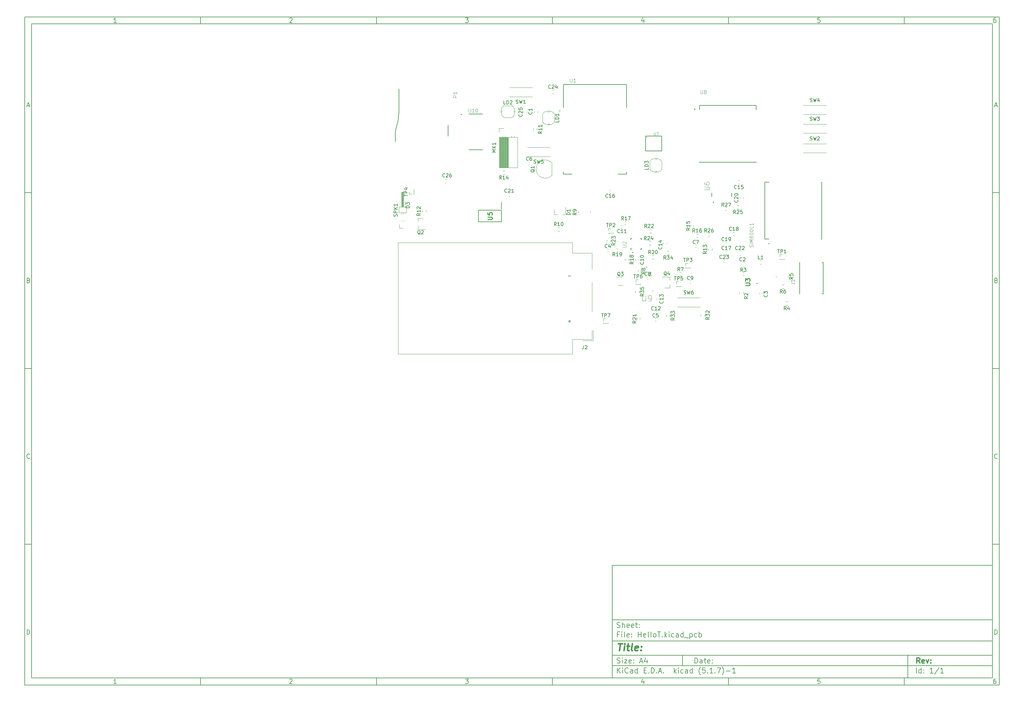
<source format=gbr>
%TF.GenerationSoftware,KiCad,Pcbnew,(5.1.7)-1*%
%TF.CreationDate,2020-12-03T05:29:24-05:00*%
%TF.ProjectId,HelIoT,48656c49-6f54-42e6-9b69-6361645f7063,rev?*%
%TF.SameCoordinates,Original*%
%TF.FileFunction,Legend,Top*%
%TF.FilePolarity,Positive*%
%FSLAX46Y46*%
G04 Gerber Fmt 4.6, Leading zero omitted, Abs format (unit mm)*
G04 Created by KiCad (PCBNEW (5.1.7)-1) date 2020-12-03 05:29:24*
%MOMM*%
%LPD*%
G01*
G04 APERTURE LIST*
%ADD10C,0.100000*%
%ADD11C,0.150000*%
%ADD12C,0.300000*%
%ADD13C,0.400000*%
%ADD14C,0.127000*%
%ADD15C,0.200000*%
%ADD16C,0.120000*%
%ADD17C,0.152400*%
%ADD18C,0.015000*%
%ADD19C,0.254000*%
G04 APERTURE END LIST*
D10*
D11*
X177002200Y-166007200D02*
X177002200Y-198007200D01*
X285002200Y-198007200D01*
X285002200Y-166007200D01*
X177002200Y-166007200D01*
D10*
D11*
X10000000Y-10000000D02*
X10000000Y-200007200D01*
X287002200Y-200007200D01*
X287002200Y-10000000D01*
X10000000Y-10000000D01*
D10*
D11*
X12000000Y-12000000D02*
X12000000Y-198007200D01*
X285002200Y-198007200D01*
X285002200Y-12000000D01*
X12000000Y-12000000D01*
D10*
D11*
X60000000Y-12000000D02*
X60000000Y-10000000D01*
D10*
D11*
X110000000Y-12000000D02*
X110000000Y-10000000D01*
D10*
D11*
X160000000Y-12000000D02*
X160000000Y-10000000D01*
D10*
D11*
X210000000Y-12000000D02*
X210000000Y-10000000D01*
D10*
D11*
X260000000Y-12000000D02*
X260000000Y-10000000D01*
D10*
D11*
X36065476Y-11588095D02*
X35322619Y-11588095D01*
X35694047Y-11588095D02*
X35694047Y-10288095D01*
X35570238Y-10473809D01*
X35446428Y-10597619D01*
X35322619Y-10659523D01*
D10*
D11*
X85322619Y-10411904D02*
X85384523Y-10350000D01*
X85508333Y-10288095D01*
X85817857Y-10288095D01*
X85941666Y-10350000D01*
X86003571Y-10411904D01*
X86065476Y-10535714D01*
X86065476Y-10659523D01*
X86003571Y-10845238D01*
X85260714Y-11588095D01*
X86065476Y-11588095D01*
D10*
D11*
X135260714Y-10288095D02*
X136065476Y-10288095D01*
X135632142Y-10783333D01*
X135817857Y-10783333D01*
X135941666Y-10845238D01*
X136003571Y-10907142D01*
X136065476Y-11030952D01*
X136065476Y-11340476D01*
X136003571Y-11464285D01*
X135941666Y-11526190D01*
X135817857Y-11588095D01*
X135446428Y-11588095D01*
X135322619Y-11526190D01*
X135260714Y-11464285D01*
D10*
D11*
X185941666Y-10721428D02*
X185941666Y-11588095D01*
X185632142Y-10226190D02*
X185322619Y-11154761D01*
X186127380Y-11154761D01*
D10*
D11*
X236003571Y-10288095D02*
X235384523Y-10288095D01*
X235322619Y-10907142D01*
X235384523Y-10845238D01*
X235508333Y-10783333D01*
X235817857Y-10783333D01*
X235941666Y-10845238D01*
X236003571Y-10907142D01*
X236065476Y-11030952D01*
X236065476Y-11340476D01*
X236003571Y-11464285D01*
X235941666Y-11526190D01*
X235817857Y-11588095D01*
X235508333Y-11588095D01*
X235384523Y-11526190D01*
X235322619Y-11464285D01*
D10*
D11*
X285941666Y-10288095D02*
X285694047Y-10288095D01*
X285570238Y-10350000D01*
X285508333Y-10411904D01*
X285384523Y-10597619D01*
X285322619Y-10845238D01*
X285322619Y-11340476D01*
X285384523Y-11464285D01*
X285446428Y-11526190D01*
X285570238Y-11588095D01*
X285817857Y-11588095D01*
X285941666Y-11526190D01*
X286003571Y-11464285D01*
X286065476Y-11340476D01*
X286065476Y-11030952D01*
X286003571Y-10907142D01*
X285941666Y-10845238D01*
X285817857Y-10783333D01*
X285570238Y-10783333D01*
X285446428Y-10845238D01*
X285384523Y-10907142D01*
X285322619Y-11030952D01*
D10*
D11*
X60000000Y-198007200D02*
X60000000Y-200007200D01*
D10*
D11*
X110000000Y-198007200D02*
X110000000Y-200007200D01*
D10*
D11*
X160000000Y-198007200D02*
X160000000Y-200007200D01*
D10*
D11*
X210000000Y-198007200D02*
X210000000Y-200007200D01*
D10*
D11*
X260000000Y-198007200D02*
X260000000Y-200007200D01*
D10*
D11*
X36065476Y-199595295D02*
X35322619Y-199595295D01*
X35694047Y-199595295D02*
X35694047Y-198295295D01*
X35570238Y-198481009D01*
X35446428Y-198604819D01*
X35322619Y-198666723D01*
D10*
D11*
X85322619Y-198419104D02*
X85384523Y-198357200D01*
X85508333Y-198295295D01*
X85817857Y-198295295D01*
X85941666Y-198357200D01*
X86003571Y-198419104D01*
X86065476Y-198542914D01*
X86065476Y-198666723D01*
X86003571Y-198852438D01*
X85260714Y-199595295D01*
X86065476Y-199595295D01*
D10*
D11*
X135260714Y-198295295D02*
X136065476Y-198295295D01*
X135632142Y-198790533D01*
X135817857Y-198790533D01*
X135941666Y-198852438D01*
X136003571Y-198914342D01*
X136065476Y-199038152D01*
X136065476Y-199347676D01*
X136003571Y-199471485D01*
X135941666Y-199533390D01*
X135817857Y-199595295D01*
X135446428Y-199595295D01*
X135322619Y-199533390D01*
X135260714Y-199471485D01*
D10*
D11*
X185941666Y-198728628D02*
X185941666Y-199595295D01*
X185632142Y-198233390D02*
X185322619Y-199161961D01*
X186127380Y-199161961D01*
D10*
D11*
X236003571Y-198295295D02*
X235384523Y-198295295D01*
X235322619Y-198914342D01*
X235384523Y-198852438D01*
X235508333Y-198790533D01*
X235817857Y-198790533D01*
X235941666Y-198852438D01*
X236003571Y-198914342D01*
X236065476Y-199038152D01*
X236065476Y-199347676D01*
X236003571Y-199471485D01*
X235941666Y-199533390D01*
X235817857Y-199595295D01*
X235508333Y-199595295D01*
X235384523Y-199533390D01*
X235322619Y-199471485D01*
D10*
D11*
X285941666Y-198295295D02*
X285694047Y-198295295D01*
X285570238Y-198357200D01*
X285508333Y-198419104D01*
X285384523Y-198604819D01*
X285322619Y-198852438D01*
X285322619Y-199347676D01*
X285384523Y-199471485D01*
X285446428Y-199533390D01*
X285570238Y-199595295D01*
X285817857Y-199595295D01*
X285941666Y-199533390D01*
X286003571Y-199471485D01*
X286065476Y-199347676D01*
X286065476Y-199038152D01*
X286003571Y-198914342D01*
X285941666Y-198852438D01*
X285817857Y-198790533D01*
X285570238Y-198790533D01*
X285446428Y-198852438D01*
X285384523Y-198914342D01*
X285322619Y-199038152D01*
D10*
D11*
X10000000Y-60000000D02*
X12000000Y-60000000D01*
D10*
D11*
X10000000Y-110000000D02*
X12000000Y-110000000D01*
D10*
D11*
X10000000Y-160000000D02*
X12000000Y-160000000D01*
D10*
D11*
X10690476Y-35216666D02*
X11309523Y-35216666D01*
X10566666Y-35588095D02*
X11000000Y-34288095D01*
X11433333Y-35588095D01*
D10*
D11*
X11092857Y-84907142D02*
X11278571Y-84969047D01*
X11340476Y-85030952D01*
X11402380Y-85154761D01*
X11402380Y-85340476D01*
X11340476Y-85464285D01*
X11278571Y-85526190D01*
X11154761Y-85588095D01*
X10659523Y-85588095D01*
X10659523Y-84288095D01*
X11092857Y-84288095D01*
X11216666Y-84350000D01*
X11278571Y-84411904D01*
X11340476Y-84535714D01*
X11340476Y-84659523D01*
X11278571Y-84783333D01*
X11216666Y-84845238D01*
X11092857Y-84907142D01*
X10659523Y-84907142D01*
D10*
D11*
X11402380Y-135464285D02*
X11340476Y-135526190D01*
X11154761Y-135588095D01*
X11030952Y-135588095D01*
X10845238Y-135526190D01*
X10721428Y-135402380D01*
X10659523Y-135278571D01*
X10597619Y-135030952D01*
X10597619Y-134845238D01*
X10659523Y-134597619D01*
X10721428Y-134473809D01*
X10845238Y-134350000D01*
X11030952Y-134288095D01*
X11154761Y-134288095D01*
X11340476Y-134350000D01*
X11402380Y-134411904D01*
D10*
D11*
X10659523Y-185588095D02*
X10659523Y-184288095D01*
X10969047Y-184288095D01*
X11154761Y-184350000D01*
X11278571Y-184473809D01*
X11340476Y-184597619D01*
X11402380Y-184845238D01*
X11402380Y-185030952D01*
X11340476Y-185278571D01*
X11278571Y-185402380D01*
X11154761Y-185526190D01*
X10969047Y-185588095D01*
X10659523Y-185588095D01*
D10*
D11*
X287002200Y-60000000D02*
X285002200Y-60000000D01*
D10*
D11*
X287002200Y-110000000D02*
X285002200Y-110000000D01*
D10*
D11*
X287002200Y-160000000D02*
X285002200Y-160000000D01*
D10*
D11*
X285692676Y-35216666D02*
X286311723Y-35216666D01*
X285568866Y-35588095D02*
X286002200Y-34288095D01*
X286435533Y-35588095D01*
D10*
D11*
X286095057Y-84907142D02*
X286280771Y-84969047D01*
X286342676Y-85030952D01*
X286404580Y-85154761D01*
X286404580Y-85340476D01*
X286342676Y-85464285D01*
X286280771Y-85526190D01*
X286156961Y-85588095D01*
X285661723Y-85588095D01*
X285661723Y-84288095D01*
X286095057Y-84288095D01*
X286218866Y-84350000D01*
X286280771Y-84411904D01*
X286342676Y-84535714D01*
X286342676Y-84659523D01*
X286280771Y-84783333D01*
X286218866Y-84845238D01*
X286095057Y-84907142D01*
X285661723Y-84907142D01*
D10*
D11*
X286404580Y-135464285D02*
X286342676Y-135526190D01*
X286156961Y-135588095D01*
X286033152Y-135588095D01*
X285847438Y-135526190D01*
X285723628Y-135402380D01*
X285661723Y-135278571D01*
X285599819Y-135030952D01*
X285599819Y-134845238D01*
X285661723Y-134597619D01*
X285723628Y-134473809D01*
X285847438Y-134350000D01*
X286033152Y-134288095D01*
X286156961Y-134288095D01*
X286342676Y-134350000D01*
X286404580Y-134411904D01*
D10*
D11*
X285661723Y-185588095D02*
X285661723Y-184288095D01*
X285971247Y-184288095D01*
X286156961Y-184350000D01*
X286280771Y-184473809D01*
X286342676Y-184597619D01*
X286404580Y-184845238D01*
X286404580Y-185030952D01*
X286342676Y-185278571D01*
X286280771Y-185402380D01*
X286156961Y-185526190D01*
X285971247Y-185588095D01*
X285661723Y-185588095D01*
D10*
D11*
X200434342Y-193785771D02*
X200434342Y-192285771D01*
X200791485Y-192285771D01*
X201005771Y-192357200D01*
X201148628Y-192500057D01*
X201220057Y-192642914D01*
X201291485Y-192928628D01*
X201291485Y-193142914D01*
X201220057Y-193428628D01*
X201148628Y-193571485D01*
X201005771Y-193714342D01*
X200791485Y-193785771D01*
X200434342Y-193785771D01*
X202577200Y-193785771D02*
X202577200Y-193000057D01*
X202505771Y-192857200D01*
X202362914Y-192785771D01*
X202077200Y-192785771D01*
X201934342Y-192857200D01*
X202577200Y-193714342D02*
X202434342Y-193785771D01*
X202077200Y-193785771D01*
X201934342Y-193714342D01*
X201862914Y-193571485D01*
X201862914Y-193428628D01*
X201934342Y-193285771D01*
X202077200Y-193214342D01*
X202434342Y-193214342D01*
X202577200Y-193142914D01*
X203077200Y-192785771D02*
X203648628Y-192785771D01*
X203291485Y-192285771D02*
X203291485Y-193571485D01*
X203362914Y-193714342D01*
X203505771Y-193785771D01*
X203648628Y-193785771D01*
X204720057Y-193714342D02*
X204577200Y-193785771D01*
X204291485Y-193785771D01*
X204148628Y-193714342D01*
X204077200Y-193571485D01*
X204077200Y-193000057D01*
X204148628Y-192857200D01*
X204291485Y-192785771D01*
X204577200Y-192785771D01*
X204720057Y-192857200D01*
X204791485Y-193000057D01*
X204791485Y-193142914D01*
X204077200Y-193285771D01*
X205434342Y-193642914D02*
X205505771Y-193714342D01*
X205434342Y-193785771D01*
X205362914Y-193714342D01*
X205434342Y-193642914D01*
X205434342Y-193785771D01*
X205434342Y-192857200D02*
X205505771Y-192928628D01*
X205434342Y-193000057D01*
X205362914Y-192928628D01*
X205434342Y-192857200D01*
X205434342Y-193000057D01*
D10*
D11*
X177002200Y-194507200D02*
X285002200Y-194507200D01*
D10*
D11*
X178434342Y-196585771D02*
X178434342Y-195085771D01*
X179291485Y-196585771D02*
X178648628Y-195728628D01*
X179291485Y-195085771D02*
X178434342Y-195942914D01*
X179934342Y-196585771D02*
X179934342Y-195585771D01*
X179934342Y-195085771D02*
X179862914Y-195157200D01*
X179934342Y-195228628D01*
X180005771Y-195157200D01*
X179934342Y-195085771D01*
X179934342Y-195228628D01*
X181505771Y-196442914D02*
X181434342Y-196514342D01*
X181220057Y-196585771D01*
X181077200Y-196585771D01*
X180862914Y-196514342D01*
X180720057Y-196371485D01*
X180648628Y-196228628D01*
X180577200Y-195942914D01*
X180577200Y-195728628D01*
X180648628Y-195442914D01*
X180720057Y-195300057D01*
X180862914Y-195157200D01*
X181077200Y-195085771D01*
X181220057Y-195085771D01*
X181434342Y-195157200D01*
X181505771Y-195228628D01*
X182791485Y-196585771D02*
X182791485Y-195800057D01*
X182720057Y-195657200D01*
X182577200Y-195585771D01*
X182291485Y-195585771D01*
X182148628Y-195657200D01*
X182791485Y-196514342D02*
X182648628Y-196585771D01*
X182291485Y-196585771D01*
X182148628Y-196514342D01*
X182077200Y-196371485D01*
X182077200Y-196228628D01*
X182148628Y-196085771D01*
X182291485Y-196014342D01*
X182648628Y-196014342D01*
X182791485Y-195942914D01*
X184148628Y-196585771D02*
X184148628Y-195085771D01*
X184148628Y-196514342D02*
X184005771Y-196585771D01*
X183720057Y-196585771D01*
X183577200Y-196514342D01*
X183505771Y-196442914D01*
X183434342Y-196300057D01*
X183434342Y-195871485D01*
X183505771Y-195728628D01*
X183577200Y-195657200D01*
X183720057Y-195585771D01*
X184005771Y-195585771D01*
X184148628Y-195657200D01*
X186005771Y-195800057D02*
X186505771Y-195800057D01*
X186720057Y-196585771D02*
X186005771Y-196585771D01*
X186005771Y-195085771D01*
X186720057Y-195085771D01*
X187362914Y-196442914D02*
X187434342Y-196514342D01*
X187362914Y-196585771D01*
X187291485Y-196514342D01*
X187362914Y-196442914D01*
X187362914Y-196585771D01*
X188077200Y-196585771D02*
X188077200Y-195085771D01*
X188434342Y-195085771D01*
X188648628Y-195157200D01*
X188791485Y-195300057D01*
X188862914Y-195442914D01*
X188934342Y-195728628D01*
X188934342Y-195942914D01*
X188862914Y-196228628D01*
X188791485Y-196371485D01*
X188648628Y-196514342D01*
X188434342Y-196585771D01*
X188077200Y-196585771D01*
X189577200Y-196442914D02*
X189648628Y-196514342D01*
X189577200Y-196585771D01*
X189505771Y-196514342D01*
X189577200Y-196442914D01*
X189577200Y-196585771D01*
X190220057Y-196157200D02*
X190934342Y-196157200D01*
X190077200Y-196585771D02*
X190577200Y-195085771D01*
X191077200Y-196585771D01*
X191577200Y-196442914D02*
X191648628Y-196514342D01*
X191577200Y-196585771D01*
X191505771Y-196514342D01*
X191577200Y-196442914D01*
X191577200Y-196585771D01*
X194577200Y-196585771D02*
X194577200Y-195085771D01*
X194720057Y-196014342D02*
X195148628Y-196585771D01*
X195148628Y-195585771D02*
X194577200Y-196157200D01*
X195791485Y-196585771D02*
X195791485Y-195585771D01*
X195791485Y-195085771D02*
X195720057Y-195157200D01*
X195791485Y-195228628D01*
X195862914Y-195157200D01*
X195791485Y-195085771D01*
X195791485Y-195228628D01*
X197148628Y-196514342D02*
X197005771Y-196585771D01*
X196720057Y-196585771D01*
X196577200Y-196514342D01*
X196505771Y-196442914D01*
X196434342Y-196300057D01*
X196434342Y-195871485D01*
X196505771Y-195728628D01*
X196577200Y-195657200D01*
X196720057Y-195585771D01*
X197005771Y-195585771D01*
X197148628Y-195657200D01*
X198434342Y-196585771D02*
X198434342Y-195800057D01*
X198362914Y-195657200D01*
X198220057Y-195585771D01*
X197934342Y-195585771D01*
X197791485Y-195657200D01*
X198434342Y-196514342D02*
X198291485Y-196585771D01*
X197934342Y-196585771D01*
X197791485Y-196514342D01*
X197720057Y-196371485D01*
X197720057Y-196228628D01*
X197791485Y-196085771D01*
X197934342Y-196014342D01*
X198291485Y-196014342D01*
X198434342Y-195942914D01*
X199791485Y-196585771D02*
X199791485Y-195085771D01*
X199791485Y-196514342D02*
X199648628Y-196585771D01*
X199362914Y-196585771D01*
X199220057Y-196514342D01*
X199148628Y-196442914D01*
X199077200Y-196300057D01*
X199077200Y-195871485D01*
X199148628Y-195728628D01*
X199220057Y-195657200D01*
X199362914Y-195585771D01*
X199648628Y-195585771D01*
X199791485Y-195657200D01*
X202077200Y-197157200D02*
X202005771Y-197085771D01*
X201862914Y-196871485D01*
X201791485Y-196728628D01*
X201720057Y-196514342D01*
X201648628Y-196157200D01*
X201648628Y-195871485D01*
X201720057Y-195514342D01*
X201791485Y-195300057D01*
X201862914Y-195157200D01*
X202005771Y-194942914D01*
X202077200Y-194871485D01*
X203362914Y-195085771D02*
X202648628Y-195085771D01*
X202577200Y-195800057D01*
X202648628Y-195728628D01*
X202791485Y-195657200D01*
X203148628Y-195657200D01*
X203291485Y-195728628D01*
X203362914Y-195800057D01*
X203434342Y-195942914D01*
X203434342Y-196300057D01*
X203362914Y-196442914D01*
X203291485Y-196514342D01*
X203148628Y-196585771D01*
X202791485Y-196585771D01*
X202648628Y-196514342D01*
X202577200Y-196442914D01*
X204077200Y-196442914D02*
X204148628Y-196514342D01*
X204077200Y-196585771D01*
X204005771Y-196514342D01*
X204077200Y-196442914D01*
X204077200Y-196585771D01*
X205577200Y-196585771D02*
X204720057Y-196585771D01*
X205148628Y-196585771D02*
X205148628Y-195085771D01*
X205005771Y-195300057D01*
X204862914Y-195442914D01*
X204720057Y-195514342D01*
X206220057Y-196442914D02*
X206291485Y-196514342D01*
X206220057Y-196585771D01*
X206148628Y-196514342D01*
X206220057Y-196442914D01*
X206220057Y-196585771D01*
X206791485Y-195085771D02*
X207791485Y-195085771D01*
X207148628Y-196585771D01*
X208220057Y-197157200D02*
X208291485Y-197085771D01*
X208434342Y-196871485D01*
X208505771Y-196728628D01*
X208577200Y-196514342D01*
X208648628Y-196157200D01*
X208648628Y-195871485D01*
X208577200Y-195514342D01*
X208505771Y-195300057D01*
X208434342Y-195157200D01*
X208291485Y-194942914D01*
X208220057Y-194871485D01*
X209362914Y-196014342D02*
X210505771Y-196014342D01*
X212005771Y-196585771D02*
X211148628Y-196585771D01*
X211577200Y-196585771D02*
X211577200Y-195085771D01*
X211434342Y-195300057D01*
X211291485Y-195442914D01*
X211148628Y-195514342D01*
D10*
D11*
X177002200Y-191507200D02*
X285002200Y-191507200D01*
D10*
D12*
X264411485Y-193785771D02*
X263911485Y-193071485D01*
X263554342Y-193785771D02*
X263554342Y-192285771D01*
X264125771Y-192285771D01*
X264268628Y-192357200D01*
X264340057Y-192428628D01*
X264411485Y-192571485D01*
X264411485Y-192785771D01*
X264340057Y-192928628D01*
X264268628Y-193000057D01*
X264125771Y-193071485D01*
X263554342Y-193071485D01*
X265625771Y-193714342D02*
X265482914Y-193785771D01*
X265197200Y-193785771D01*
X265054342Y-193714342D01*
X264982914Y-193571485D01*
X264982914Y-193000057D01*
X265054342Y-192857200D01*
X265197200Y-192785771D01*
X265482914Y-192785771D01*
X265625771Y-192857200D01*
X265697200Y-193000057D01*
X265697200Y-193142914D01*
X264982914Y-193285771D01*
X266197200Y-192785771D02*
X266554342Y-193785771D01*
X266911485Y-192785771D01*
X267482914Y-193642914D02*
X267554342Y-193714342D01*
X267482914Y-193785771D01*
X267411485Y-193714342D01*
X267482914Y-193642914D01*
X267482914Y-193785771D01*
X267482914Y-192857200D02*
X267554342Y-192928628D01*
X267482914Y-193000057D01*
X267411485Y-192928628D01*
X267482914Y-192857200D01*
X267482914Y-193000057D01*
D10*
D11*
X178362914Y-193714342D02*
X178577200Y-193785771D01*
X178934342Y-193785771D01*
X179077200Y-193714342D01*
X179148628Y-193642914D01*
X179220057Y-193500057D01*
X179220057Y-193357200D01*
X179148628Y-193214342D01*
X179077200Y-193142914D01*
X178934342Y-193071485D01*
X178648628Y-193000057D01*
X178505771Y-192928628D01*
X178434342Y-192857200D01*
X178362914Y-192714342D01*
X178362914Y-192571485D01*
X178434342Y-192428628D01*
X178505771Y-192357200D01*
X178648628Y-192285771D01*
X179005771Y-192285771D01*
X179220057Y-192357200D01*
X179862914Y-193785771D02*
X179862914Y-192785771D01*
X179862914Y-192285771D02*
X179791485Y-192357200D01*
X179862914Y-192428628D01*
X179934342Y-192357200D01*
X179862914Y-192285771D01*
X179862914Y-192428628D01*
X180434342Y-192785771D02*
X181220057Y-192785771D01*
X180434342Y-193785771D01*
X181220057Y-193785771D01*
X182362914Y-193714342D02*
X182220057Y-193785771D01*
X181934342Y-193785771D01*
X181791485Y-193714342D01*
X181720057Y-193571485D01*
X181720057Y-193000057D01*
X181791485Y-192857200D01*
X181934342Y-192785771D01*
X182220057Y-192785771D01*
X182362914Y-192857200D01*
X182434342Y-193000057D01*
X182434342Y-193142914D01*
X181720057Y-193285771D01*
X183077200Y-193642914D02*
X183148628Y-193714342D01*
X183077200Y-193785771D01*
X183005771Y-193714342D01*
X183077200Y-193642914D01*
X183077200Y-193785771D01*
X183077200Y-192857200D02*
X183148628Y-192928628D01*
X183077200Y-193000057D01*
X183005771Y-192928628D01*
X183077200Y-192857200D01*
X183077200Y-193000057D01*
X184862914Y-193357200D02*
X185577200Y-193357200D01*
X184720057Y-193785771D02*
X185220057Y-192285771D01*
X185720057Y-193785771D01*
X186862914Y-192785771D02*
X186862914Y-193785771D01*
X186505771Y-192214342D02*
X186148628Y-193285771D01*
X187077200Y-193285771D01*
D10*
D11*
X263434342Y-196585771D02*
X263434342Y-195085771D01*
X264791485Y-196585771D02*
X264791485Y-195085771D01*
X264791485Y-196514342D02*
X264648628Y-196585771D01*
X264362914Y-196585771D01*
X264220057Y-196514342D01*
X264148628Y-196442914D01*
X264077200Y-196300057D01*
X264077200Y-195871485D01*
X264148628Y-195728628D01*
X264220057Y-195657200D01*
X264362914Y-195585771D01*
X264648628Y-195585771D01*
X264791485Y-195657200D01*
X265505771Y-196442914D02*
X265577200Y-196514342D01*
X265505771Y-196585771D01*
X265434342Y-196514342D01*
X265505771Y-196442914D01*
X265505771Y-196585771D01*
X265505771Y-195657200D02*
X265577200Y-195728628D01*
X265505771Y-195800057D01*
X265434342Y-195728628D01*
X265505771Y-195657200D01*
X265505771Y-195800057D01*
X268148628Y-196585771D02*
X267291485Y-196585771D01*
X267720057Y-196585771D02*
X267720057Y-195085771D01*
X267577200Y-195300057D01*
X267434342Y-195442914D01*
X267291485Y-195514342D01*
X269862914Y-195014342D02*
X268577200Y-196942914D01*
X271148628Y-196585771D02*
X270291485Y-196585771D01*
X270720057Y-196585771D02*
X270720057Y-195085771D01*
X270577200Y-195300057D01*
X270434342Y-195442914D01*
X270291485Y-195514342D01*
D10*
D11*
X177002200Y-187507200D02*
X285002200Y-187507200D01*
D10*
D13*
X178714580Y-188211961D02*
X179857438Y-188211961D01*
X179036009Y-190211961D02*
X179286009Y-188211961D01*
X180274104Y-190211961D02*
X180440771Y-188878628D01*
X180524104Y-188211961D02*
X180416961Y-188307200D01*
X180500295Y-188402438D01*
X180607438Y-188307200D01*
X180524104Y-188211961D01*
X180500295Y-188402438D01*
X181107438Y-188878628D02*
X181869342Y-188878628D01*
X181476485Y-188211961D02*
X181262200Y-189926247D01*
X181333628Y-190116723D01*
X181512200Y-190211961D01*
X181702676Y-190211961D01*
X182655057Y-190211961D02*
X182476485Y-190116723D01*
X182405057Y-189926247D01*
X182619342Y-188211961D01*
X184190771Y-190116723D02*
X183988390Y-190211961D01*
X183607438Y-190211961D01*
X183428866Y-190116723D01*
X183357438Y-189926247D01*
X183452676Y-189164342D01*
X183571723Y-188973866D01*
X183774104Y-188878628D01*
X184155057Y-188878628D01*
X184333628Y-188973866D01*
X184405057Y-189164342D01*
X184381247Y-189354819D01*
X183405057Y-189545295D01*
X185155057Y-190021485D02*
X185238390Y-190116723D01*
X185131247Y-190211961D01*
X185047914Y-190116723D01*
X185155057Y-190021485D01*
X185131247Y-190211961D01*
X185286009Y-188973866D02*
X185369342Y-189069104D01*
X185262200Y-189164342D01*
X185178866Y-189069104D01*
X185286009Y-188973866D01*
X185262200Y-189164342D01*
D10*
D11*
X178934342Y-185600057D02*
X178434342Y-185600057D01*
X178434342Y-186385771D02*
X178434342Y-184885771D01*
X179148628Y-184885771D01*
X179720057Y-186385771D02*
X179720057Y-185385771D01*
X179720057Y-184885771D02*
X179648628Y-184957200D01*
X179720057Y-185028628D01*
X179791485Y-184957200D01*
X179720057Y-184885771D01*
X179720057Y-185028628D01*
X180648628Y-186385771D02*
X180505771Y-186314342D01*
X180434342Y-186171485D01*
X180434342Y-184885771D01*
X181791485Y-186314342D02*
X181648628Y-186385771D01*
X181362914Y-186385771D01*
X181220057Y-186314342D01*
X181148628Y-186171485D01*
X181148628Y-185600057D01*
X181220057Y-185457200D01*
X181362914Y-185385771D01*
X181648628Y-185385771D01*
X181791485Y-185457200D01*
X181862914Y-185600057D01*
X181862914Y-185742914D01*
X181148628Y-185885771D01*
X182505771Y-186242914D02*
X182577200Y-186314342D01*
X182505771Y-186385771D01*
X182434342Y-186314342D01*
X182505771Y-186242914D01*
X182505771Y-186385771D01*
X182505771Y-185457200D02*
X182577200Y-185528628D01*
X182505771Y-185600057D01*
X182434342Y-185528628D01*
X182505771Y-185457200D01*
X182505771Y-185600057D01*
X184362914Y-186385771D02*
X184362914Y-184885771D01*
X184362914Y-185600057D02*
X185220057Y-185600057D01*
X185220057Y-186385771D02*
X185220057Y-184885771D01*
X186505771Y-186314342D02*
X186362914Y-186385771D01*
X186077200Y-186385771D01*
X185934342Y-186314342D01*
X185862914Y-186171485D01*
X185862914Y-185600057D01*
X185934342Y-185457200D01*
X186077200Y-185385771D01*
X186362914Y-185385771D01*
X186505771Y-185457200D01*
X186577200Y-185600057D01*
X186577200Y-185742914D01*
X185862914Y-185885771D01*
X187434342Y-186385771D02*
X187291485Y-186314342D01*
X187220057Y-186171485D01*
X187220057Y-184885771D01*
X188005771Y-186385771D02*
X188005771Y-184885771D01*
X188934342Y-186385771D02*
X188791485Y-186314342D01*
X188720057Y-186242914D01*
X188648628Y-186100057D01*
X188648628Y-185671485D01*
X188720057Y-185528628D01*
X188791485Y-185457200D01*
X188934342Y-185385771D01*
X189148628Y-185385771D01*
X189291485Y-185457200D01*
X189362914Y-185528628D01*
X189434342Y-185671485D01*
X189434342Y-186100057D01*
X189362914Y-186242914D01*
X189291485Y-186314342D01*
X189148628Y-186385771D01*
X188934342Y-186385771D01*
X189862914Y-184885771D02*
X190720057Y-184885771D01*
X190291485Y-186385771D02*
X190291485Y-184885771D01*
X191220057Y-186242914D02*
X191291485Y-186314342D01*
X191220057Y-186385771D01*
X191148628Y-186314342D01*
X191220057Y-186242914D01*
X191220057Y-186385771D01*
X191934342Y-186385771D02*
X191934342Y-184885771D01*
X192077200Y-185814342D02*
X192505771Y-186385771D01*
X192505771Y-185385771D02*
X191934342Y-185957200D01*
X193148628Y-186385771D02*
X193148628Y-185385771D01*
X193148628Y-184885771D02*
X193077200Y-184957200D01*
X193148628Y-185028628D01*
X193220057Y-184957200D01*
X193148628Y-184885771D01*
X193148628Y-185028628D01*
X194505771Y-186314342D02*
X194362914Y-186385771D01*
X194077200Y-186385771D01*
X193934342Y-186314342D01*
X193862914Y-186242914D01*
X193791485Y-186100057D01*
X193791485Y-185671485D01*
X193862914Y-185528628D01*
X193934342Y-185457200D01*
X194077200Y-185385771D01*
X194362914Y-185385771D01*
X194505771Y-185457200D01*
X195791485Y-186385771D02*
X195791485Y-185600057D01*
X195720057Y-185457200D01*
X195577200Y-185385771D01*
X195291485Y-185385771D01*
X195148628Y-185457200D01*
X195791485Y-186314342D02*
X195648628Y-186385771D01*
X195291485Y-186385771D01*
X195148628Y-186314342D01*
X195077200Y-186171485D01*
X195077200Y-186028628D01*
X195148628Y-185885771D01*
X195291485Y-185814342D01*
X195648628Y-185814342D01*
X195791485Y-185742914D01*
X197148628Y-186385771D02*
X197148628Y-184885771D01*
X197148628Y-186314342D02*
X197005771Y-186385771D01*
X196720057Y-186385771D01*
X196577200Y-186314342D01*
X196505771Y-186242914D01*
X196434342Y-186100057D01*
X196434342Y-185671485D01*
X196505771Y-185528628D01*
X196577200Y-185457200D01*
X196720057Y-185385771D01*
X197005771Y-185385771D01*
X197148628Y-185457200D01*
X197505771Y-186528628D02*
X198648628Y-186528628D01*
X199005771Y-185385771D02*
X199005771Y-186885771D01*
X199005771Y-185457200D02*
X199148628Y-185385771D01*
X199434342Y-185385771D01*
X199577200Y-185457200D01*
X199648628Y-185528628D01*
X199720057Y-185671485D01*
X199720057Y-186100057D01*
X199648628Y-186242914D01*
X199577200Y-186314342D01*
X199434342Y-186385771D01*
X199148628Y-186385771D01*
X199005771Y-186314342D01*
X201005771Y-186314342D02*
X200862914Y-186385771D01*
X200577200Y-186385771D01*
X200434342Y-186314342D01*
X200362914Y-186242914D01*
X200291485Y-186100057D01*
X200291485Y-185671485D01*
X200362914Y-185528628D01*
X200434342Y-185457200D01*
X200577200Y-185385771D01*
X200862914Y-185385771D01*
X201005771Y-185457200D01*
X201648628Y-186385771D02*
X201648628Y-184885771D01*
X201648628Y-185457200D02*
X201791485Y-185385771D01*
X202077200Y-185385771D01*
X202220057Y-185457200D01*
X202291485Y-185528628D01*
X202362914Y-185671485D01*
X202362914Y-186100057D01*
X202291485Y-186242914D01*
X202220057Y-186314342D01*
X202077200Y-186385771D01*
X201791485Y-186385771D01*
X201648628Y-186314342D01*
D10*
D11*
X177002200Y-181507200D02*
X285002200Y-181507200D01*
D10*
D11*
X178362914Y-183614342D02*
X178577200Y-183685771D01*
X178934342Y-183685771D01*
X179077200Y-183614342D01*
X179148628Y-183542914D01*
X179220057Y-183400057D01*
X179220057Y-183257200D01*
X179148628Y-183114342D01*
X179077200Y-183042914D01*
X178934342Y-182971485D01*
X178648628Y-182900057D01*
X178505771Y-182828628D01*
X178434342Y-182757200D01*
X178362914Y-182614342D01*
X178362914Y-182471485D01*
X178434342Y-182328628D01*
X178505771Y-182257200D01*
X178648628Y-182185771D01*
X179005771Y-182185771D01*
X179220057Y-182257200D01*
X179862914Y-183685771D02*
X179862914Y-182185771D01*
X180505771Y-183685771D02*
X180505771Y-182900057D01*
X180434342Y-182757200D01*
X180291485Y-182685771D01*
X180077200Y-182685771D01*
X179934342Y-182757200D01*
X179862914Y-182828628D01*
X181791485Y-183614342D02*
X181648628Y-183685771D01*
X181362914Y-183685771D01*
X181220057Y-183614342D01*
X181148628Y-183471485D01*
X181148628Y-182900057D01*
X181220057Y-182757200D01*
X181362914Y-182685771D01*
X181648628Y-182685771D01*
X181791485Y-182757200D01*
X181862914Y-182900057D01*
X181862914Y-183042914D01*
X181148628Y-183185771D01*
X183077200Y-183614342D02*
X182934342Y-183685771D01*
X182648628Y-183685771D01*
X182505771Y-183614342D01*
X182434342Y-183471485D01*
X182434342Y-182900057D01*
X182505771Y-182757200D01*
X182648628Y-182685771D01*
X182934342Y-182685771D01*
X183077200Y-182757200D01*
X183148628Y-182900057D01*
X183148628Y-183042914D01*
X182434342Y-183185771D01*
X183577200Y-182685771D02*
X184148628Y-182685771D01*
X183791485Y-182185771D02*
X183791485Y-183471485D01*
X183862914Y-183614342D01*
X184005771Y-183685771D01*
X184148628Y-183685771D01*
X184648628Y-183542914D02*
X184720057Y-183614342D01*
X184648628Y-183685771D01*
X184577200Y-183614342D01*
X184648628Y-183542914D01*
X184648628Y-183685771D01*
X184648628Y-182757200D02*
X184720057Y-182828628D01*
X184648628Y-182900057D01*
X184577200Y-182828628D01*
X184648628Y-182757200D01*
X184648628Y-182900057D01*
D10*
D11*
X197002200Y-191507200D02*
X197002200Y-194507200D01*
D10*
D11*
X261002200Y-191507200D02*
X261002200Y-198007200D01*
D10*
%TO.C,U7*%
X186878540Y-44210500D02*
G75*
G03*
X186878540Y-44210500I-100000J0D01*
G01*
D14*
X186478540Y-48110500D02*
X186478540Y-43910500D01*
X191078540Y-48110500D02*
X186478540Y-48110500D01*
X191078540Y-43910500D02*
X191078540Y-48110500D01*
X186478540Y-43910500D02*
X191078540Y-43910500D01*
D15*
%TO.C,U3*%
X218121380Y-85698740D02*
G75*
G02*
X218121380Y-85898740I0J-100000D01*
G01*
X218121380Y-85898740D02*
G75*
G02*
X218121380Y-85698740I0J100000D01*
G01*
X218121380Y-85798740D02*
X218121380Y-85798740D01*
X218121380Y-85898740D02*
X218121380Y-85898740D01*
D16*
%TO.C,SPK1*%
X116387060Y-65617520D02*
X118507060Y-65617520D01*
X118507060Y-65617520D02*
X118507060Y-63997520D01*
X118507060Y-63997520D02*
X116387060Y-63997520D01*
X116387060Y-63997520D02*
X116387060Y-65617520D01*
X117137060Y-63997520D02*
X117137060Y-59797520D01*
X117137060Y-59797520D02*
X117757060Y-59797520D01*
X117757060Y-59797520D02*
X117757060Y-63997520D01*
X117197060Y-63997520D02*
X117197060Y-59797520D01*
X117317060Y-63997520D02*
X117317060Y-59797520D01*
X117437060Y-63997520D02*
X117437060Y-59797520D01*
X117557060Y-63997520D02*
X117557060Y-59797520D01*
X117677060Y-63997520D02*
X117677060Y-59797520D01*
X117137060Y-66175406D02*
X117137060Y-65617520D01*
X117757060Y-66175406D02*
X117757060Y-65617520D01*
X117137060Y-68122520D02*
X117137060Y-67939634D01*
X117757060Y-68122520D02*
X117757060Y-67939634D01*
X117447060Y-70057520D02*
X116447060Y-70057520D01*
X116447060Y-70057520D02*
X116447060Y-69057520D01*
D14*
%TO.C,U10*%
X136271720Y-47739540D02*
X140171720Y-47739540D01*
X136271720Y-37609540D02*
X140171720Y-37609540D01*
D15*
X134176720Y-37729540D02*
G75*
G03*
X134176720Y-37729540I-100000J0D01*
G01*
D17*
%TO.C,U9*%
X188462920Y-87947500D02*
G75*
G02*
X188615320Y-87947500I76200J-257247D01*
G01*
D14*
%TO.C,U8*%
X201762020Y-35196820D02*
X217912020Y-35196820D01*
X217912020Y-51346820D02*
X201762020Y-51346820D01*
X201762020Y-35196820D02*
X201762020Y-36371820D01*
X217912020Y-35196820D02*
X217912020Y-36371820D01*
X217912020Y-51346820D02*
X217912020Y-51171820D01*
X201762020Y-51346820D02*
X201762020Y-51171820D01*
D15*
X200537020Y-36271820D02*
G75*
G03*
X200537020Y-36271820I-100000J0D01*
G01*
%TO.C,U6*%
X205812360Y-62703600D02*
G75*
G03*
X205812360Y-62703600I-100000J0D01*
G01*
D14*
X210962360Y-60048600D02*
X210962360Y-61058600D01*
X205262360Y-61058600D02*
X205262360Y-60048600D01*
D15*
%TO.C,U5*%
X145510320Y-64989440D02*
X145510320Y-68289440D01*
X145510320Y-68289440D02*
X139010320Y-68289440D01*
X139010320Y-68289440D02*
X139010320Y-64989440D01*
X139010320Y-64989440D02*
X145510320Y-64989440D01*
X145475320Y-62639440D02*
X145475320Y-64639440D01*
%TO.C,U4*%
X186873300Y-81122200D02*
G75*
G03*
X186873300Y-81122200I-100000J0D01*
G01*
D14*
%TO.C,U2*%
X182256200Y-76021760D02*
X182556200Y-76021760D01*
X185256200Y-76021760D02*
X184956200Y-76021760D01*
X182256200Y-73021760D02*
X182556200Y-73021760D01*
X185256200Y-73021760D02*
X184956200Y-73021760D01*
X182256200Y-76021760D02*
X182256200Y-75721760D01*
X185256200Y-76021760D02*
X185256200Y-75721760D01*
X182256200Y-73021760D02*
X182256200Y-73321760D01*
X185256200Y-73021760D02*
X185256200Y-73321760D01*
D15*
X182906200Y-76996760D02*
G75*
G03*
X182906200Y-76996760I-100000J0D01*
G01*
D14*
%TO.C,U1*%
X181090080Y-29226040D02*
X181090080Y-35726040D01*
X163090080Y-29226040D02*
X181090080Y-29226040D01*
X163090080Y-35726040D02*
X163090080Y-29226040D01*
X181090080Y-54726040D02*
X181090080Y-54076040D01*
X178640080Y-54726040D02*
X181090080Y-54726040D01*
X163090080Y-54726040D02*
X165540080Y-54726040D01*
X163090080Y-54076040D02*
X163090080Y-54726040D01*
D15*
X162190080Y-36726040D02*
G75*
G03*
X162190080Y-36726040I-100000J0D01*
G01*
D16*
%TO.C,TP7*%
X174468480Y-97151660D02*
X175858480Y-97151660D01*
X174468480Y-97151660D02*
X174468480Y-97026660D01*
X175858480Y-97151660D02*
X175858480Y-97026660D01*
X174468480Y-97151660D02*
X174555204Y-97151660D01*
X175771756Y-97151660D02*
X175858480Y-97151660D01*
X174468480Y-96466660D02*
X174468480Y-95781660D01*
X174468480Y-95781660D02*
X175163480Y-95781660D01*
%TO.C,TP6*%
X183650580Y-86023920D02*
X185040580Y-86023920D01*
X183650580Y-86023920D02*
X183650580Y-85898920D01*
X185040580Y-86023920D02*
X185040580Y-85898920D01*
X183650580Y-86023920D02*
X183737304Y-86023920D01*
X184953856Y-86023920D02*
X185040580Y-86023920D01*
X183650580Y-85338920D02*
X183650580Y-84653920D01*
X183650580Y-84653920D02*
X184345580Y-84653920D01*
%TO.C,TP5*%
X195169201Y-86659761D02*
X196559201Y-86659761D01*
X195169201Y-86659761D02*
X195169201Y-86534761D01*
X196559201Y-86659761D02*
X196559201Y-86534761D01*
X195169201Y-86659761D02*
X195255925Y-86659761D01*
X196472477Y-86659761D02*
X196559201Y-86659761D01*
X195169201Y-85974761D02*
X195169201Y-85289761D01*
X195169201Y-85289761D02*
X195864201Y-85289761D01*
%TO.C,TP4*%
X120636500Y-60423100D02*
X120636500Y-59033100D01*
X120636500Y-60423100D02*
X120511500Y-60423100D01*
X120636500Y-59033100D02*
X120511500Y-59033100D01*
X120636500Y-60423100D02*
X120636500Y-60336376D01*
X120636500Y-59119824D02*
X120636500Y-59033100D01*
X119951500Y-60423100D02*
X119266500Y-60423100D01*
X119266500Y-60423100D02*
X119266500Y-59728100D01*
%TO.C,TP3*%
X197813620Y-81385880D02*
X199203620Y-81385880D01*
X197813620Y-81385880D02*
X197813620Y-81260880D01*
X199203620Y-81385880D02*
X199203620Y-81260880D01*
X197813620Y-81385880D02*
X197900344Y-81385880D01*
X199116896Y-81385880D02*
X199203620Y-81385880D01*
X197813620Y-80700880D02*
X197813620Y-80015880D01*
X197813620Y-80015880D02*
X198508620Y-80015880D01*
%TO.C,TP2*%
X175901040Y-71500200D02*
X177291040Y-71500200D01*
X175901040Y-71500200D02*
X175901040Y-71375200D01*
X177291040Y-71500200D02*
X177291040Y-71375200D01*
X175901040Y-71500200D02*
X175987764Y-71500200D01*
X177204316Y-71500200D02*
X177291040Y-71500200D01*
X175901040Y-70815200D02*
X175901040Y-70130200D01*
X175901040Y-70130200D02*
X176596040Y-70130200D01*
%TO.C,TP1*%
X224531880Y-78952560D02*
X225921880Y-78952560D01*
X224531880Y-78952560D02*
X224531880Y-78827560D01*
X225921880Y-78952560D02*
X225921880Y-78827560D01*
X224531880Y-78952560D02*
X224618604Y-78952560D01*
X225835156Y-78952560D02*
X225921880Y-78952560D01*
X224531880Y-78267560D02*
X224531880Y-77582560D01*
X224531880Y-77582560D02*
X225226880Y-77582560D01*
%TO.C,SW6*%
X195441500Y-89852980D02*
X201941500Y-89852980D01*
X201941500Y-92452980D02*
X195441500Y-92452980D01*
%TO.C,SW5*%
X159320200Y-49740340D02*
X152820200Y-49740340D01*
X152820200Y-47140340D02*
X159320200Y-47140340D01*
%TO.C,SW4*%
X231288520Y-35126140D02*
X237788520Y-35126140D01*
X237788520Y-37726140D02*
X231288520Y-37726140D01*
%TO.C,SW3*%
X231288520Y-40460140D02*
X237788520Y-40460140D01*
X237788520Y-43060140D02*
X231288520Y-43060140D01*
%TO.C,SW2*%
X231288520Y-46048140D02*
X237788520Y-46048140D01*
X237788520Y-48648140D02*
X231288520Y-48648140D01*
%TO.C,SW1*%
X154252900Y-32702020D02*
X147752900Y-32702020D01*
X147752900Y-30102020D02*
X154252900Y-30102020D01*
D14*
%TO.C,SIM800L1*%
X220370440Y-73159960D02*
X220370440Y-57009960D01*
X236520440Y-57009960D02*
X236520440Y-73159960D01*
X220370440Y-73159960D02*
X221545440Y-73159960D01*
X220370440Y-57009960D02*
X221545440Y-57009960D01*
X236520440Y-57009960D02*
X236345440Y-57009960D01*
X236520440Y-73159960D02*
X236345440Y-73159960D01*
D15*
X221545440Y-74484960D02*
G75*
G03*
X221545440Y-74484960I-100000J0D01*
G01*
D16*
%TO.C,R35*%
X184586140Y-87890896D02*
X184586140Y-88400344D01*
X183541140Y-87890896D02*
X183541140Y-88400344D01*
%TO.C,R34*%
X193142964Y-77581020D02*
X192633516Y-77581020D01*
X193142964Y-76536020D02*
X192633516Y-76536020D01*
%TO.C,R33*%
X193344060Y-94699996D02*
X193344060Y-95209444D01*
X192299060Y-94699996D02*
X192299060Y-95209444D01*
%TO.C,R32*%
X203209420Y-94567916D02*
X203209420Y-95077364D01*
X202164420Y-94567916D02*
X202164420Y-95077364D01*
%TO.C,R27*%
X209188739Y-64245220D02*
X209523981Y-64245220D01*
X209188739Y-65005220D02*
X209523981Y-65005220D01*
%TO.C,R26*%
X204284599Y-71573120D02*
X204619841Y-71573120D01*
X204284599Y-72333120D02*
X204619841Y-72333120D01*
%TO.C,R25*%
X212939084Y-64632100D02*
X212429636Y-64632100D01*
X212939084Y-63587100D02*
X212429636Y-63587100D01*
%TO.C,R24*%
X187975964Y-73802980D02*
X187466516Y-73802980D01*
X187975964Y-74847980D02*
X187466516Y-74847980D01*
%TO.C,R23*%
X176488620Y-73413536D02*
X176488620Y-73922984D01*
X175443620Y-73413536D02*
X175443620Y-73922984D01*
%TO.C,R22*%
X188089624Y-70368900D02*
X187580176Y-70368900D01*
X188089624Y-71413900D02*
X187580176Y-71413900D01*
%TO.C,R21*%
X184130680Y-95979561D02*
X184130680Y-95644319D01*
X184890680Y-95979561D02*
X184890680Y-95644319D01*
%TO.C,R20*%
X188296456Y-77811100D02*
X188805904Y-77811100D01*
X188296456Y-78856100D02*
X188805904Y-78856100D01*
%TO.C,R19*%
X178560041Y-76745100D02*
X178224799Y-76745100D01*
X178560041Y-75985100D02*
X178224799Y-75985100D01*
%TO.C,R18*%
X181632120Y-78769116D02*
X181632120Y-79278564D01*
X180587120Y-78769116D02*
X180587120Y-79278564D01*
%TO.C,R17*%
X180880401Y-68911740D02*
X180545159Y-68911740D01*
X180880401Y-68151740D02*
X180545159Y-68151740D01*
%TO.C,R16*%
X200844696Y-71707480D02*
X201354144Y-71707480D01*
X200844696Y-72752480D02*
X201354144Y-72752480D01*
%TO.C,R15*%
X199375760Y-69580741D02*
X199375760Y-69245499D01*
X200135760Y-69580741D02*
X200135760Y-69245499D01*
%TO.C,R14*%
X146412044Y-54802300D02*
X145902596Y-54802300D01*
X146412044Y-53757300D02*
X145902596Y-53757300D01*
%TO.C,R13*%
X204287860Y-76375344D02*
X204287860Y-75865896D01*
X205332860Y-76375344D02*
X205332860Y-75865896D01*
%TO.C,R12*%
X124065560Y-64992796D02*
X124065560Y-65502244D01*
X123020560Y-64992796D02*
X123020560Y-65502244D01*
%TO.C,R11*%
X155604740Y-41693376D02*
X155604740Y-42202824D01*
X154559740Y-41693376D02*
X154559740Y-42202824D01*
%TO.C,R10*%
X161479136Y-69850740D02*
X161988584Y-69850740D01*
X161479136Y-70895740D02*
X161988584Y-70895740D01*
%TO.C,R9*%
X167299060Y-65709203D02*
X167299060Y-65343237D01*
X170719060Y-65709203D02*
X170719060Y-65343237D01*
%TO.C,R8*%
X185086260Y-82089679D02*
X185086260Y-82424921D01*
X184326260Y-82089679D02*
X184326260Y-82424921D01*
%TO.C,R7*%
X196109477Y-82672261D02*
X196618925Y-82672261D01*
X196109477Y-83717261D02*
X196618925Y-83717261D01*
%TO.C,R6*%
X225743224Y-87200000D02*
X225233776Y-87200000D01*
X225743224Y-86155000D02*
X225233776Y-86155000D01*
%TO.C,R5*%
X226947040Y-83642097D02*
X226947040Y-84008063D01*
X223527040Y-83642097D02*
X223527040Y-84008063D01*
%TO.C,R4*%
X226813204Y-91975200D02*
X226303756Y-91975200D01*
X226813204Y-90930200D02*
X226303756Y-90930200D01*
%TO.C,R3*%
X214068079Y-82756740D02*
X214403321Y-82756740D01*
X214068079Y-83516740D02*
X214403321Y-83516740D01*
%TO.C,R2*%
X214197460Y-88282696D02*
X214197460Y-88792144D01*
X213152460Y-88282696D02*
X213152460Y-88792144D01*
%TO.C,Q4*%
X193286920Y-87089100D02*
X193286920Y-86159100D01*
X193286920Y-83929100D02*
X193286920Y-84859100D01*
X193286920Y-83929100D02*
X191126920Y-83929100D01*
X193286920Y-87089100D02*
X191826920Y-87089100D01*
%TO.C,Q3*%
X178606220Y-86293180D02*
X180006220Y-86293180D01*
X180006220Y-83973180D02*
X178106220Y-83973180D01*
%TO.C,Q2*%
X121767060Y-67223520D02*
X121767060Y-68153520D01*
X121767060Y-70383520D02*
X121767060Y-69453520D01*
X121767060Y-70383520D02*
X123927060Y-70383520D01*
X121767060Y-67223520D02*
X123227060Y-67223520D01*
%TO.C,Q1*%
X159788378Y-51448182D02*
G75*
G03*
X155349900Y-53286660I-1838478J-1838478D01*
G01*
X159788378Y-55125138D02*
G75*
G02*
X155349900Y-53286660I-1838478J1838478D01*
G01*
X159799900Y-55086660D02*
X159799900Y-51486660D01*
D14*
%TO.C,P1*%
X130295460Y-43873000D02*
X130295460Y-40773000D01*
X116325460Y-37349900D02*
X116325460Y-30416000D01*
X115309460Y-45402000D02*
X115309460Y-42870900D01*
X115309460Y-42870900D02*
G75*
G02*
X115493460Y-41871000I2808602J45D01*
G01*
X115493460Y-41871000D02*
G75*
G03*
X116325460Y-37349900I-11867982J4521122D01*
G01*
D16*
%TO.C,MK1*%
X144972080Y-52848360D02*
X144972080Y-44218360D01*
X145090175Y-52848360D02*
X145090175Y-44218360D01*
X145208270Y-52848360D02*
X145208270Y-44218360D01*
X145326365Y-52848360D02*
X145326365Y-44218360D01*
X145444460Y-52848360D02*
X145444460Y-44218360D01*
X145562555Y-52848360D02*
X145562555Y-44218360D01*
X145680650Y-52848360D02*
X145680650Y-44218360D01*
X145798745Y-52848360D02*
X145798745Y-44218360D01*
X145916840Y-52848360D02*
X145916840Y-44218360D01*
X146034935Y-52848360D02*
X146034935Y-44218360D01*
X146153030Y-52848360D02*
X146153030Y-44218360D01*
X146271125Y-52848360D02*
X146271125Y-44218360D01*
X146389220Y-52848360D02*
X146389220Y-44218360D01*
X146507315Y-52848360D02*
X146507315Y-44218360D01*
X146625410Y-52848360D02*
X146625410Y-44218360D01*
X146743505Y-52848360D02*
X146743505Y-44218360D01*
X146861600Y-52848360D02*
X146861600Y-44218360D01*
X146979695Y-52848360D02*
X146979695Y-44218360D01*
X147097790Y-52848360D02*
X147097790Y-44218360D01*
X147215885Y-52848360D02*
X147215885Y-44218360D01*
X147333980Y-52848360D02*
X147333980Y-44218360D01*
X145822080Y-44218360D02*
X145822080Y-43868360D01*
X146542080Y-44218360D02*
X146542080Y-43868360D01*
X148362080Y-44218360D02*
X148362080Y-43808360D01*
X149082080Y-44218360D02*
X149082080Y-43808360D01*
X147452080Y-52848360D02*
X147452080Y-44218360D01*
X144852080Y-52848360D02*
X144852080Y-44218360D01*
X144852080Y-44218360D02*
X150052080Y-44218360D01*
X150052080Y-52848360D02*
X150052080Y-44218360D01*
X144852080Y-52848360D02*
X150052080Y-52848360D01*
X144852080Y-41648360D02*
X146182080Y-41648360D01*
X144852080Y-42758360D02*
X144852080Y-41648360D01*
%TO.C,LD3*%
X187662079Y-53298040D02*
G75*
G03*
X191062080Y-53298040I1700001J1110000D01*
G01*
X191068407Y-51107970D02*
G75*
G03*
X187662080Y-51098040I-1706327J-1080070D01*
G01*
X189362080Y-50548040D02*
X189662080Y-50348040D01*
X189062080Y-50348040D02*
X189362080Y-50548040D01*
X189362080Y-53848040D02*
X189662080Y-54048040D01*
X187662080Y-51098040D02*
X187662080Y-53298040D01*
X191062080Y-53298040D02*
X191062080Y-51098040D01*
X189062080Y-54048040D02*
X189362080Y-53848040D01*
%TO.C,LD2*%
X146241820Y-35236679D02*
G75*
G03*
X146241820Y-38636680I1110000J-1700001D01*
G01*
X148431890Y-38643007D02*
G75*
G03*
X148441820Y-35236680I-1080070J1706327D01*
G01*
X148991820Y-36936680D02*
X149191820Y-37236680D01*
X149191820Y-36636680D02*
X148991820Y-36936680D01*
X145691820Y-36936680D02*
X145491820Y-37236680D01*
X148441820Y-35236680D02*
X146241820Y-35236680D01*
X146241820Y-38636680D02*
X148441820Y-38636680D01*
X145491820Y-36636680D02*
X145691820Y-36936680D01*
%TO.C,LD1*%
X157182079Y-39836040D02*
G75*
G03*
X160582080Y-39836040I1700001J1110000D01*
G01*
X160588407Y-37645970D02*
G75*
G03*
X157182080Y-37636040I-1706327J-1080070D01*
G01*
X158882080Y-37086040D02*
X159182080Y-36886040D01*
X158582080Y-36886040D02*
X158882080Y-37086040D01*
X158882080Y-40386040D02*
X159182080Y-40586040D01*
X157182080Y-37636040D02*
X157182080Y-39836040D01*
X160582080Y-39836040D02*
X160582080Y-37636040D01*
X158582080Y-40586040D02*
X158882080Y-40386040D01*
%TO.C,L1*%
X218965993Y-79294260D02*
X219308527Y-79294260D01*
X218965993Y-80314260D02*
X219308527Y-80314260D01*
%TO.C,J2*%
X171574160Y-102059840D02*
X168574160Y-102059840D01*
X171574160Y-102059840D02*
X171574160Y-99059840D01*
X171234160Y-77129840D02*
X171234160Y-81809840D01*
X171234160Y-93859840D02*
X171234160Y-85509840D01*
X171234160Y-101719840D02*
X171234160Y-99159840D01*
X165634160Y-101719840D02*
X171234160Y-101719840D01*
X165634160Y-105819840D02*
X165634160Y-101719840D01*
X116074160Y-105819840D02*
X165634160Y-105819840D01*
X165634160Y-77129840D02*
X171234160Y-77129840D01*
X165634160Y-74229840D02*
X165634160Y-77129840D01*
X116074160Y-74229840D02*
X165634160Y-74229840D01*
X116074160Y-74229840D02*
X116074160Y-105819840D01*
D15*
%TO.C,J1*%
X230240540Y-88739500D02*
X230240540Y-79789500D01*
X236550540Y-88739500D02*
X236900540Y-88739500D01*
X236900540Y-88739500D02*
X236900540Y-79789500D01*
X236900540Y-79789500D02*
X236550540Y-79789500D01*
D10*
%TO.C,D3*%
X120001500Y-64573100D02*
G75*
G03*
X120001500Y-64573100I-50000J0D01*
G01*
D16*
%TO.C,D1*%
X160512640Y-66279300D02*
X160512640Y-64819300D01*
X163672640Y-66279300D02*
X163672640Y-64119300D01*
X163672640Y-66279300D02*
X162742640Y-66279300D01*
X160512640Y-66279300D02*
X161442640Y-66279300D01*
%TO.C,C26*%
X129778807Y-57141840D02*
X129486273Y-57141840D01*
X129778807Y-56121840D02*
X129486273Y-56121840D01*
%TO.C,C25*%
X151719820Y-37236447D02*
X151719820Y-36943913D01*
X152739820Y-37236447D02*
X152739820Y-36943913D01*
%TO.C,C24*%
X159996753Y-30813280D02*
X160289287Y-30813280D01*
X159996753Y-31833280D02*
X160289287Y-31833280D01*
%TO.C,C23*%
X208677426Y-79074241D02*
X208909096Y-79074241D01*
X208677426Y-79794241D02*
X208909096Y-79794241D01*
%TO.C,C22*%
X213151292Y-76634241D02*
X213355230Y-76634241D01*
X213151292Y-77874241D02*
X213355230Y-77874241D01*
%TO.C,C21*%
X147586245Y-60264720D02*
X147817915Y-60264720D01*
X147586245Y-60984720D02*
X147817915Y-60984720D01*
%TO.C,C20*%
X213190360Y-61615367D02*
X213190360Y-61322833D01*
X214210360Y-61615367D02*
X214210360Y-61322833D01*
%TO.C,C19*%
X209216994Y-74174241D02*
X209509528Y-74174241D01*
X209216994Y-75194241D02*
X209509528Y-75194241D01*
%TO.C,C18*%
X211392754Y-71232921D02*
X211685288Y-71232921D01*
X211392754Y-72252921D02*
X211685288Y-72252921D01*
%TO.C,C17*%
X209216994Y-76684241D02*
X209509528Y-76684241D01*
X209216994Y-77704241D02*
X209509528Y-77704241D01*
%TO.C,C16*%
X176523915Y-60116040D02*
X176292245Y-60116040D01*
X176523915Y-59396040D02*
X176292245Y-59396040D01*
%TO.C,C15*%
X213084627Y-57507600D02*
X212792093Y-57507600D01*
X213084627Y-56487600D02*
X212792093Y-56487600D01*
%TO.C,C14*%
X192503520Y-74242713D02*
X192503520Y-74535247D01*
X191483520Y-74242713D02*
X191483520Y-74535247D01*
%TO.C,C13*%
X190204680Y-90079565D02*
X190204680Y-90311235D01*
X189484680Y-90079565D02*
X189484680Y-90311235D01*
%TO.C,C12*%
X189278366Y-93724761D02*
X189510036Y-93724761D01*
X189278366Y-94444761D02*
X189510036Y-94444761D01*
%TO.C,C11*%
X179426605Y-69363000D02*
X179658275Y-69363000D01*
X179426605Y-70083000D02*
X179658275Y-70083000D01*
%TO.C,C10*%
X184533000Y-78932993D02*
X184533000Y-79225527D01*
X183513000Y-78932993D02*
X183513000Y-79225527D01*
%TO.C,C9*%
X199028366Y-85074761D02*
X199260036Y-85074761D01*
X199028366Y-85794761D02*
X199260036Y-85794761D01*
%TO.C,C8*%
X186915985Y-83899420D02*
X187147655Y-83899420D01*
X186915985Y-84619420D02*
X187147655Y-84619420D01*
%TO.C,C7*%
X200619285Y-74826540D02*
X200850955Y-74826540D01*
X200619285Y-75546540D02*
X200850955Y-75546540D01*
%TO.C,C6*%
X153473415Y-51993120D02*
X153241745Y-51993120D01*
X153473415Y-51273120D02*
X153241745Y-51273120D01*
%TO.C,C5*%
X189178366Y-95724761D02*
X189410036Y-95724761D01*
X189178366Y-96444761D02*
X189410036Y-96444761D01*
%TO.C,C4*%
X175591205Y-76000020D02*
X175822875Y-76000020D01*
X175591205Y-76720020D02*
X175822875Y-76720020D01*
%TO.C,C3*%
X218819140Y-88653695D02*
X218819140Y-88422025D01*
X219539140Y-88653695D02*
X219539140Y-88422025D01*
%TO.C,C2*%
X214411809Y-81008460D02*
X214207871Y-81008460D01*
X214411809Y-79768460D02*
X214207871Y-79768460D01*
%TO.C,C1*%
X154767820Y-37183447D02*
X154767820Y-36890913D01*
X155787820Y-37183447D02*
X155787820Y-36890913D01*
%TO.C,U7*%
D18*
X188824466Y-42858620D02*
X188824466Y-43511020D01*
X188862842Y-43587773D01*
X188901219Y-43626150D01*
X188977972Y-43664526D01*
X189131478Y-43664526D01*
X189208231Y-43626150D01*
X189246607Y-43587773D01*
X189284984Y-43511020D01*
X189284984Y-42858620D01*
X189591995Y-42858620D02*
X190129266Y-42858620D01*
X189783878Y-43664526D01*
%TO.C,U3*%
D19*
X214815903Y-86390359D02*
X215843999Y-86390359D01*
X215964951Y-86329882D01*
X216025427Y-86269406D01*
X216085903Y-86148454D01*
X216085903Y-85906549D01*
X216025427Y-85785597D01*
X215964951Y-85725120D01*
X215843999Y-85664644D01*
X214815903Y-85664644D01*
X214815903Y-85180835D02*
X214815903Y-84394644D01*
X215299713Y-84817978D01*
X215299713Y-84636549D01*
X215360189Y-84515597D01*
X215420665Y-84455120D01*
X215541618Y-84394644D01*
X215843999Y-84394644D01*
X215964951Y-84455120D01*
X216025427Y-84515597D01*
X216085903Y-84636549D01*
X216085903Y-84999406D01*
X216025427Y-85120359D01*
X215964951Y-85180835D01*
%TO.C,SPK1*%
D11*
X115851821Y-66719424D02*
X115899440Y-66576567D01*
X115899440Y-66338472D01*
X115851821Y-66243234D01*
X115804202Y-66195615D01*
X115708964Y-66147996D01*
X115613726Y-66147996D01*
X115518488Y-66195615D01*
X115470869Y-66243234D01*
X115423250Y-66338472D01*
X115375631Y-66528948D01*
X115328012Y-66624186D01*
X115280393Y-66671805D01*
X115185155Y-66719424D01*
X115089917Y-66719424D01*
X114994679Y-66671805D01*
X114947060Y-66624186D01*
X114899440Y-66528948D01*
X114899440Y-66290853D01*
X114947060Y-66147996D01*
X115899440Y-65719424D02*
X114899440Y-65719424D01*
X114899440Y-65338472D01*
X114947060Y-65243234D01*
X114994679Y-65195615D01*
X115089917Y-65147996D01*
X115232774Y-65147996D01*
X115328012Y-65195615D01*
X115375631Y-65243234D01*
X115423250Y-65338472D01*
X115423250Y-65719424D01*
X115899440Y-64719424D02*
X114899440Y-64719424D01*
X115899440Y-64147996D02*
X115328012Y-64576567D01*
X114899440Y-64147996D02*
X115470869Y-64719424D01*
X115899440Y-63195615D02*
X115899440Y-63767043D01*
X115899440Y-63481329D02*
X114899440Y-63481329D01*
X115042298Y-63576567D01*
X115137536Y-63671805D01*
X115185155Y-63767043D01*
%TO.C,U10*%
D18*
X136188624Y-36091920D02*
X136188624Y-36901444D01*
X136236243Y-36996682D01*
X136283862Y-37044301D01*
X136379100Y-37091920D01*
X136569577Y-37091920D01*
X136664815Y-37044301D01*
X136712434Y-36996682D01*
X136760053Y-36901444D01*
X136760053Y-36091920D01*
X137760053Y-37091920D02*
X137188624Y-37091920D01*
X137474339Y-37091920D02*
X137474339Y-36091920D01*
X137379100Y-36234778D01*
X137283862Y-36330016D01*
X137188624Y-36377635D01*
X138379100Y-36091920D02*
X138474339Y-36091920D01*
X138569577Y-36139540D01*
X138617196Y-36187159D01*
X138664815Y-36282397D01*
X138712434Y-36472873D01*
X138712434Y-36710968D01*
X138664815Y-36901444D01*
X138617196Y-36996682D01*
X138569577Y-37044301D01*
X138474339Y-37091920D01*
X138379100Y-37091920D01*
X138283862Y-37044301D01*
X138236243Y-36996682D01*
X138188624Y-36901444D01*
X138141005Y-36710968D01*
X138141005Y-36472873D01*
X138188624Y-36282397D01*
X138236243Y-36187159D01*
X138283862Y-36139540D01*
X138379100Y-36091920D01*
%TO.C,U9*%
X185536264Y-89183509D02*
X185536264Y-90511454D01*
X185614379Y-90667682D01*
X185692493Y-90745797D01*
X185848722Y-90823911D01*
X186161179Y-90823911D01*
X186317408Y-90745797D01*
X186395523Y-90667682D01*
X186473637Y-90511454D01*
X186473637Y-89183509D01*
X187332895Y-90823911D02*
X187645353Y-90823911D01*
X187801581Y-90745797D01*
X187879696Y-90667682D01*
X188035925Y-90433339D01*
X188114039Y-90120882D01*
X188114039Y-89495967D01*
X188035925Y-89339738D01*
X187957810Y-89261624D01*
X187801581Y-89183509D01*
X187489124Y-89183509D01*
X187332895Y-89261624D01*
X187254781Y-89339738D01*
X187176666Y-89495967D01*
X187176666Y-89886539D01*
X187254781Y-90042767D01*
X187332895Y-90120882D01*
X187489124Y-90198996D01*
X187801581Y-90198996D01*
X187957810Y-90120882D01*
X188035925Y-90042767D01*
X188114039Y-89886539D01*
%TO.C,U8*%
X202090115Y-30839200D02*
X202090115Y-31648724D01*
X202137734Y-31743962D01*
X202185353Y-31791581D01*
X202280591Y-31839200D01*
X202471067Y-31839200D01*
X202566305Y-31791581D01*
X202613924Y-31743962D01*
X202661543Y-31648724D01*
X202661543Y-30839200D01*
X203280591Y-31267772D02*
X203185353Y-31220153D01*
X203137734Y-31172534D01*
X203090115Y-31077296D01*
X203090115Y-31029677D01*
X203137734Y-30934439D01*
X203185353Y-30886820D01*
X203280591Y-30839200D01*
X203471067Y-30839200D01*
X203566305Y-30886820D01*
X203613924Y-30934439D01*
X203661543Y-31029677D01*
X203661543Y-31077296D01*
X203613924Y-31172534D01*
X203566305Y-31220153D01*
X203471067Y-31267772D01*
X203280591Y-31267772D01*
X203185353Y-31315391D01*
X203137734Y-31363010D01*
X203090115Y-31458248D01*
X203090115Y-31648724D01*
X203137734Y-31743962D01*
X203185353Y-31791581D01*
X203280591Y-31839200D01*
X203471067Y-31839200D01*
X203566305Y-31791581D01*
X203613924Y-31743962D01*
X203661543Y-31648724D01*
X203661543Y-31458248D01*
X203613924Y-31363010D01*
X203566305Y-31315391D01*
X203471067Y-31267772D01*
%TO.C,U6*%
X203146693Y-59145266D02*
X204280026Y-59145266D01*
X204413360Y-59078600D01*
X204480026Y-59011933D01*
X204546693Y-58878600D01*
X204546693Y-58611933D01*
X204480026Y-58478600D01*
X204413360Y-58411933D01*
X204280026Y-58345266D01*
X203146693Y-58345266D01*
X203146693Y-57078600D02*
X203146693Y-57345266D01*
X203213360Y-57478600D01*
X203280026Y-57545266D01*
X203480026Y-57678600D01*
X203746693Y-57745266D01*
X204280026Y-57745266D01*
X204413360Y-57678600D01*
X204480026Y-57611933D01*
X204546693Y-57478600D01*
X204546693Y-57211933D01*
X204480026Y-57078600D01*
X204413360Y-57011933D01*
X204280026Y-56945266D01*
X203946693Y-56945266D01*
X203813360Y-57011933D01*
X203746693Y-57078600D01*
X203680026Y-57211933D01*
X203680026Y-57478600D01*
X203746693Y-57611933D01*
X203813360Y-57678600D01*
X203946693Y-57745266D01*
%TO.C,U5*%
D19*
X141564843Y-67607059D02*
X142592939Y-67607059D01*
X142713891Y-67546582D01*
X142774367Y-67486106D01*
X142834843Y-67365154D01*
X142834843Y-67123249D01*
X142774367Y-67002297D01*
X142713891Y-66941820D01*
X142592939Y-66881344D01*
X141564843Y-66881344D01*
X141564843Y-65671820D02*
X141564843Y-66276582D01*
X142169605Y-66337059D01*
X142109129Y-66276582D01*
X142048653Y-66155630D01*
X142048653Y-65853249D01*
X142109129Y-65732297D01*
X142169605Y-65671820D01*
X142290558Y-65611344D01*
X142592939Y-65611344D01*
X142713891Y-65671820D01*
X142774367Y-65732297D01*
X142834843Y-65853249D01*
X142834843Y-66155630D01*
X142774367Y-66276582D01*
X142713891Y-66337059D01*
%TO.C,U4*%
D18*
X187479223Y-83641819D02*
X187997319Y-83641819D01*
X188058271Y-83611342D01*
X188088747Y-83580866D01*
X188119223Y-83519914D01*
X188119223Y-83398009D01*
X188088747Y-83337057D01*
X188058271Y-83306580D01*
X187997319Y-83276104D01*
X187479223Y-83276104D01*
X187692557Y-82697057D02*
X188119223Y-82697057D01*
X187448747Y-82849438D02*
X187905890Y-83001819D01*
X187905890Y-82605628D01*
%TO.C,U2*%
X179968580Y-75448664D02*
X180778104Y-75448664D01*
X180873342Y-75401045D01*
X180920961Y-75353426D01*
X180968580Y-75258188D01*
X180968580Y-75067712D01*
X180920961Y-74972474D01*
X180873342Y-74924855D01*
X180778104Y-74877236D01*
X179968580Y-74877236D01*
X180063819Y-74448664D02*
X180016200Y-74401045D01*
X179968580Y-74305807D01*
X179968580Y-74067712D01*
X180016200Y-73972474D01*
X180063819Y-73924855D01*
X180159057Y-73877236D01*
X180254295Y-73877236D01*
X180397152Y-73924855D01*
X180968580Y-74496283D01*
X180968580Y-73877236D01*
%TO.C,U1*%
X165003175Y-27543420D02*
X165003175Y-28352944D01*
X165050794Y-28448182D01*
X165098413Y-28495801D01*
X165193651Y-28543420D01*
X165384127Y-28543420D01*
X165479365Y-28495801D01*
X165526984Y-28448182D01*
X165574603Y-28352944D01*
X165574603Y-27543420D01*
X166574603Y-28543420D02*
X166003175Y-28543420D01*
X166288889Y-28543420D02*
X166288889Y-27543420D01*
X166193651Y-27686278D01*
X166098413Y-27781516D01*
X166003175Y-27829135D01*
%TO.C,TP7*%
D11*
X173901575Y-94359040D02*
X174473003Y-94359040D01*
X174187289Y-95359040D02*
X174187289Y-94359040D01*
X174806337Y-95359040D02*
X174806337Y-94359040D01*
X175187289Y-94359040D01*
X175282527Y-94406660D01*
X175330146Y-94454279D01*
X175377765Y-94549517D01*
X175377765Y-94692374D01*
X175330146Y-94787612D01*
X175282527Y-94835231D01*
X175187289Y-94882850D01*
X174806337Y-94882850D01*
X175711099Y-94359040D02*
X176377765Y-94359040D01*
X175949194Y-95359040D01*
%TO.C,TP6*%
X183083675Y-83231300D02*
X183655103Y-83231300D01*
X183369389Y-84231300D02*
X183369389Y-83231300D01*
X183988437Y-84231300D02*
X183988437Y-83231300D01*
X184369389Y-83231300D01*
X184464627Y-83278920D01*
X184512246Y-83326539D01*
X184559865Y-83421777D01*
X184559865Y-83564634D01*
X184512246Y-83659872D01*
X184464627Y-83707491D01*
X184369389Y-83755110D01*
X183988437Y-83755110D01*
X185417008Y-83231300D02*
X185226532Y-83231300D01*
X185131294Y-83278920D01*
X185083675Y-83326539D01*
X184988437Y-83469396D01*
X184940818Y-83659872D01*
X184940818Y-84040824D01*
X184988437Y-84136062D01*
X185036056Y-84183681D01*
X185131294Y-84231300D01*
X185321770Y-84231300D01*
X185417008Y-84183681D01*
X185464627Y-84136062D01*
X185512246Y-84040824D01*
X185512246Y-83802729D01*
X185464627Y-83707491D01*
X185417008Y-83659872D01*
X185321770Y-83612253D01*
X185131294Y-83612253D01*
X185036056Y-83659872D01*
X184988437Y-83707491D01*
X184940818Y-83802729D01*
%TO.C,TP5*%
X194602296Y-83867141D02*
X195173724Y-83867141D01*
X194888010Y-84867141D02*
X194888010Y-83867141D01*
X195507058Y-84867141D02*
X195507058Y-83867141D01*
X195888010Y-83867141D01*
X195983248Y-83914761D01*
X196030867Y-83962380D01*
X196078486Y-84057618D01*
X196078486Y-84200475D01*
X196030867Y-84295713D01*
X195983248Y-84343332D01*
X195888010Y-84390951D01*
X195507058Y-84390951D01*
X196983248Y-83867141D02*
X196507058Y-83867141D01*
X196459439Y-84343332D01*
X196507058Y-84295713D01*
X196602296Y-84248094D01*
X196840391Y-84248094D01*
X196935629Y-84295713D01*
X196983248Y-84343332D01*
X197030867Y-84438570D01*
X197030867Y-84676665D01*
X196983248Y-84771903D01*
X196935629Y-84819522D01*
X196840391Y-84867141D01*
X196602296Y-84867141D01*
X196507058Y-84819522D01*
X196459439Y-84771903D01*
%TO.C,TP4*%
X117843880Y-60990004D02*
X117843880Y-60418576D01*
X118843880Y-60704290D02*
X117843880Y-60704290D01*
X118843880Y-60085242D02*
X117843880Y-60085242D01*
X117843880Y-59704290D01*
X117891500Y-59609052D01*
X117939119Y-59561433D01*
X118034357Y-59513814D01*
X118177214Y-59513814D01*
X118272452Y-59561433D01*
X118320071Y-59609052D01*
X118367690Y-59704290D01*
X118367690Y-60085242D01*
X118177214Y-58656671D02*
X118843880Y-58656671D01*
X117796261Y-58894766D02*
X118510547Y-59132861D01*
X118510547Y-58513814D01*
%TO.C,TP3*%
X197246715Y-78593260D02*
X197818143Y-78593260D01*
X197532429Y-79593260D02*
X197532429Y-78593260D01*
X198151477Y-79593260D02*
X198151477Y-78593260D01*
X198532429Y-78593260D01*
X198627667Y-78640880D01*
X198675286Y-78688499D01*
X198722905Y-78783737D01*
X198722905Y-78926594D01*
X198675286Y-79021832D01*
X198627667Y-79069451D01*
X198532429Y-79117070D01*
X198151477Y-79117070D01*
X199056239Y-78593260D02*
X199675286Y-78593260D01*
X199341953Y-78974213D01*
X199484810Y-78974213D01*
X199580048Y-79021832D01*
X199627667Y-79069451D01*
X199675286Y-79164689D01*
X199675286Y-79402784D01*
X199627667Y-79498022D01*
X199580048Y-79545641D01*
X199484810Y-79593260D01*
X199199096Y-79593260D01*
X199103858Y-79545641D01*
X199056239Y-79498022D01*
%TO.C,TP2*%
X175334135Y-68707580D02*
X175905563Y-68707580D01*
X175619849Y-69707580D02*
X175619849Y-68707580D01*
X176238897Y-69707580D02*
X176238897Y-68707580D01*
X176619849Y-68707580D01*
X176715087Y-68755200D01*
X176762706Y-68802819D01*
X176810325Y-68898057D01*
X176810325Y-69040914D01*
X176762706Y-69136152D01*
X176715087Y-69183771D01*
X176619849Y-69231390D01*
X176238897Y-69231390D01*
X177191278Y-68802819D02*
X177238897Y-68755200D01*
X177334135Y-68707580D01*
X177572230Y-68707580D01*
X177667468Y-68755200D01*
X177715087Y-68802819D01*
X177762706Y-68898057D01*
X177762706Y-68993295D01*
X177715087Y-69136152D01*
X177143659Y-69707580D01*
X177762706Y-69707580D01*
%TO.C,TP1*%
X223964975Y-76159940D02*
X224536403Y-76159940D01*
X224250689Y-77159940D02*
X224250689Y-76159940D01*
X224869737Y-77159940D02*
X224869737Y-76159940D01*
X225250689Y-76159940D01*
X225345927Y-76207560D01*
X225393546Y-76255179D01*
X225441165Y-76350417D01*
X225441165Y-76493274D01*
X225393546Y-76588512D01*
X225345927Y-76636131D01*
X225250689Y-76683750D01*
X224869737Y-76683750D01*
X226393546Y-77159940D02*
X225822118Y-77159940D01*
X226107832Y-77159940D02*
X226107832Y-76159940D01*
X226012594Y-76302798D01*
X225917356Y-76398036D01*
X225822118Y-76445655D01*
%TO.C,SW6*%
X197358166Y-88807741D02*
X197501023Y-88855360D01*
X197739119Y-88855360D01*
X197834357Y-88807741D01*
X197881976Y-88760122D01*
X197929595Y-88664884D01*
X197929595Y-88569646D01*
X197881976Y-88474408D01*
X197834357Y-88426789D01*
X197739119Y-88379170D01*
X197548642Y-88331551D01*
X197453404Y-88283932D01*
X197405785Y-88236313D01*
X197358166Y-88141075D01*
X197358166Y-88045837D01*
X197405785Y-87950599D01*
X197453404Y-87902980D01*
X197548642Y-87855360D01*
X197786738Y-87855360D01*
X197929595Y-87902980D01*
X198262928Y-87855360D02*
X198501023Y-88855360D01*
X198691500Y-88141075D01*
X198881976Y-88855360D01*
X199120071Y-87855360D01*
X199929595Y-87855360D02*
X199739119Y-87855360D01*
X199643880Y-87902980D01*
X199596261Y-87950599D01*
X199501023Y-88093456D01*
X199453404Y-88283932D01*
X199453404Y-88664884D01*
X199501023Y-88760122D01*
X199548642Y-88807741D01*
X199643880Y-88855360D01*
X199834357Y-88855360D01*
X199929595Y-88807741D01*
X199977214Y-88760122D01*
X200024833Y-88664884D01*
X200024833Y-88426789D01*
X199977214Y-88331551D01*
X199929595Y-88283932D01*
X199834357Y-88236313D01*
X199643880Y-88236313D01*
X199548642Y-88283932D01*
X199501023Y-88331551D01*
X199453404Y-88426789D01*
%TO.C,SW5*%
X154736866Y-51595101D02*
X154879723Y-51642720D01*
X155117819Y-51642720D01*
X155213057Y-51595101D01*
X155260676Y-51547482D01*
X155308295Y-51452244D01*
X155308295Y-51357006D01*
X155260676Y-51261768D01*
X155213057Y-51214149D01*
X155117819Y-51166530D01*
X154927342Y-51118911D01*
X154832104Y-51071292D01*
X154784485Y-51023673D01*
X154736866Y-50928435D01*
X154736866Y-50833197D01*
X154784485Y-50737959D01*
X154832104Y-50690340D01*
X154927342Y-50642720D01*
X155165438Y-50642720D01*
X155308295Y-50690340D01*
X155641628Y-50642720D02*
X155879723Y-51642720D01*
X156070200Y-50928435D01*
X156260676Y-51642720D01*
X156498771Y-50642720D01*
X157355914Y-50642720D02*
X156879723Y-50642720D01*
X156832104Y-51118911D01*
X156879723Y-51071292D01*
X156974961Y-51023673D01*
X157213057Y-51023673D01*
X157308295Y-51071292D01*
X157355914Y-51118911D01*
X157403533Y-51214149D01*
X157403533Y-51452244D01*
X157355914Y-51547482D01*
X157308295Y-51595101D01*
X157213057Y-51642720D01*
X156974961Y-51642720D01*
X156879723Y-51595101D01*
X156832104Y-51547482D01*
%TO.C,SW4*%
X233205186Y-34080901D02*
X233348043Y-34128520D01*
X233586139Y-34128520D01*
X233681377Y-34080901D01*
X233728996Y-34033282D01*
X233776615Y-33938044D01*
X233776615Y-33842806D01*
X233728996Y-33747568D01*
X233681377Y-33699949D01*
X233586139Y-33652330D01*
X233395662Y-33604711D01*
X233300424Y-33557092D01*
X233252805Y-33509473D01*
X233205186Y-33414235D01*
X233205186Y-33318997D01*
X233252805Y-33223759D01*
X233300424Y-33176140D01*
X233395662Y-33128520D01*
X233633758Y-33128520D01*
X233776615Y-33176140D01*
X234109948Y-33128520D02*
X234348043Y-34128520D01*
X234538520Y-33414235D01*
X234728996Y-34128520D01*
X234967091Y-33128520D01*
X235776615Y-33461854D02*
X235776615Y-34128520D01*
X235538520Y-33080901D02*
X235300424Y-33795187D01*
X235919472Y-33795187D01*
%TO.C,SW3*%
X233205186Y-39414901D02*
X233348043Y-39462520D01*
X233586139Y-39462520D01*
X233681377Y-39414901D01*
X233728996Y-39367282D01*
X233776615Y-39272044D01*
X233776615Y-39176806D01*
X233728996Y-39081568D01*
X233681377Y-39033949D01*
X233586139Y-38986330D01*
X233395662Y-38938711D01*
X233300424Y-38891092D01*
X233252805Y-38843473D01*
X233205186Y-38748235D01*
X233205186Y-38652997D01*
X233252805Y-38557759D01*
X233300424Y-38510140D01*
X233395662Y-38462520D01*
X233633758Y-38462520D01*
X233776615Y-38510140D01*
X234109948Y-38462520D02*
X234348043Y-39462520D01*
X234538520Y-38748235D01*
X234728996Y-39462520D01*
X234967091Y-38462520D01*
X235252805Y-38462520D02*
X235871853Y-38462520D01*
X235538520Y-38843473D01*
X235681377Y-38843473D01*
X235776615Y-38891092D01*
X235824234Y-38938711D01*
X235871853Y-39033949D01*
X235871853Y-39272044D01*
X235824234Y-39367282D01*
X235776615Y-39414901D01*
X235681377Y-39462520D01*
X235395662Y-39462520D01*
X235300424Y-39414901D01*
X235252805Y-39367282D01*
%TO.C,SW2*%
X233205186Y-45002901D02*
X233348043Y-45050520D01*
X233586139Y-45050520D01*
X233681377Y-45002901D01*
X233728996Y-44955282D01*
X233776615Y-44860044D01*
X233776615Y-44764806D01*
X233728996Y-44669568D01*
X233681377Y-44621949D01*
X233586139Y-44574330D01*
X233395662Y-44526711D01*
X233300424Y-44479092D01*
X233252805Y-44431473D01*
X233205186Y-44336235D01*
X233205186Y-44240997D01*
X233252805Y-44145759D01*
X233300424Y-44098140D01*
X233395662Y-44050520D01*
X233633758Y-44050520D01*
X233776615Y-44098140D01*
X234109948Y-44050520D02*
X234348043Y-45050520D01*
X234538520Y-44336235D01*
X234728996Y-45050520D01*
X234967091Y-44050520D01*
X235300424Y-44145759D02*
X235348043Y-44098140D01*
X235443281Y-44050520D01*
X235681377Y-44050520D01*
X235776615Y-44098140D01*
X235824234Y-44145759D01*
X235871853Y-44240997D01*
X235871853Y-44336235D01*
X235824234Y-44479092D01*
X235252805Y-45050520D01*
X235871853Y-45050520D01*
%TO.C,SW1*%
X149669566Y-34556781D02*
X149812423Y-34604400D01*
X150050519Y-34604400D01*
X150145757Y-34556781D01*
X150193376Y-34509162D01*
X150240995Y-34413924D01*
X150240995Y-34318686D01*
X150193376Y-34223448D01*
X150145757Y-34175829D01*
X150050519Y-34128210D01*
X149860042Y-34080591D01*
X149764804Y-34032972D01*
X149717185Y-33985353D01*
X149669566Y-33890115D01*
X149669566Y-33794877D01*
X149717185Y-33699639D01*
X149764804Y-33652020D01*
X149860042Y-33604400D01*
X150098138Y-33604400D01*
X150240995Y-33652020D01*
X150574328Y-33604400D02*
X150812423Y-34604400D01*
X151002900Y-33890115D01*
X151193376Y-34604400D01*
X151431471Y-33604400D01*
X152336233Y-34604400D02*
X151764804Y-34604400D01*
X152050519Y-34604400D02*
X152050519Y-33604400D01*
X151955280Y-33747258D01*
X151860042Y-33842496D01*
X151764804Y-33890115D01*
%TO.C,SIM800L1*%
D18*
X216965201Y-75474721D02*
X217012820Y-75331864D01*
X217012820Y-75093769D01*
X216965201Y-74998531D01*
X216917582Y-74950912D01*
X216822344Y-74903293D01*
X216727106Y-74903293D01*
X216631868Y-74950912D01*
X216584249Y-74998531D01*
X216536630Y-75093769D01*
X216489011Y-75284245D01*
X216441392Y-75379483D01*
X216393773Y-75427102D01*
X216298535Y-75474721D01*
X216203297Y-75474721D01*
X216108059Y-75427102D01*
X216060440Y-75379483D01*
X216012820Y-75284245D01*
X216012820Y-75046150D01*
X216060440Y-74903293D01*
X217012820Y-74474721D02*
X216012820Y-74474721D01*
X217012820Y-73998531D02*
X216012820Y-73998531D01*
X216727106Y-73665198D01*
X216012820Y-73331864D01*
X217012820Y-73331864D01*
X216441392Y-72712817D02*
X216393773Y-72808055D01*
X216346154Y-72855674D01*
X216250916Y-72903293D01*
X216203297Y-72903293D01*
X216108059Y-72855674D01*
X216060440Y-72808055D01*
X216012820Y-72712817D01*
X216012820Y-72522340D01*
X216060440Y-72427102D01*
X216108059Y-72379483D01*
X216203297Y-72331864D01*
X216250916Y-72331864D01*
X216346154Y-72379483D01*
X216393773Y-72427102D01*
X216441392Y-72522340D01*
X216441392Y-72712817D01*
X216489011Y-72808055D01*
X216536630Y-72855674D01*
X216631868Y-72903293D01*
X216822344Y-72903293D01*
X216917582Y-72855674D01*
X216965201Y-72808055D01*
X217012820Y-72712817D01*
X217012820Y-72522340D01*
X216965201Y-72427102D01*
X216917582Y-72379483D01*
X216822344Y-72331864D01*
X216631868Y-72331864D01*
X216536630Y-72379483D01*
X216489011Y-72427102D01*
X216441392Y-72522340D01*
X216012820Y-71712817D02*
X216012820Y-71617579D01*
X216060440Y-71522340D01*
X216108059Y-71474721D01*
X216203297Y-71427102D01*
X216393773Y-71379483D01*
X216631868Y-71379483D01*
X216822344Y-71427102D01*
X216917582Y-71474721D01*
X216965201Y-71522340D01*
X217012820Y-71617579D01*
X217012820Y-71712817D01*
X216965201Y-71808055D01*
X216917582Y-71855674D01*
X216822344Y-71903293D01*
X216631868Y-71950912D01*
X216393773Y-71950912D01*
X216203297Y-71903293D01*
X216108059Y-71855674D01*
X216060440Y-71808055D01*
X216012820Y-71712817D01*
X216012820Y-70760436D02*
X216012820Y-70665198D01*
X216060440Y-70569960D01*
X216108059Y-70522340D01*
X216203297Y-70474721D01*
X216393773Y-70427102D01*
X216631868Y-70427102D01*
X216822344Y-70474721D01*
X216917582Y-70522340D01*
X216965201Y-70569960D01*
X217012820Y-70665198D01*
X217012820Y-70760436D01*
X216965201Y-70855674D01*
X216917582Y-70903293D01*
X216822344Y-70950912D01*
X216631868Y-70998531D01*
X216393773Y-70998531D01*
X216203297Y-70950912D01*
X216108059Y-70903293D01*
X216060440Y-70855674D01*
X216012820Y-70760436D01*
X217012820Y-69522340D02*
X217012820Y-69998531D01*
X216012820Y-69998531D01*
X217012820Y-68665198D02*
X217012820Y-69236626D01*
X217012820Y-68950912D02*
X216012820Y-68950912D01*
X216155678Y-69046150D01*
X216250916Y-69141388D01*
X216298535Y-69236626D01*
%TO.C,R35*%
D11*
X185946020Y-88788477D02*
X185469830Y-89121810D01*
X185946020Y-89359905D02*
X184946020Y-89359905D01*
X184946020Y-88978953D01*
X184993640Y-88883715D01*
X185041259Y-88836096D01*
X185136497Y-88788477D01*
X185279354Y-88788477D01*
X185374592Y-88836096D01*
X185422211Y-88883715D01*
X185469830Y-88978953D01*
X185469830Y-89359905D01*
X184946020Y-88455143D02*
X184946020Y-87836096D01*
X185326973Y-88169429D01*
X185326973Y-88026572D01*
X185374592Y-87931334D01*
X185422211Y-87883715D01*
X185517449Y-87836096D01*
X185755544Y-87836096D01*
X185850782Y-87883715D01*
X185898401Y-87931334D01*
X185946020Y-88026572D01*
X185946020Y-88312286D01*
X185898401Y-88407524D01*
X185850782Y-88455143D01*
X184946020Y-86931334D02*
X184946020Y-87407524D01*
X185422211Y-87455143D01*
X185374592Y-87407524D01*
X185326973Y-87312286D01*
X185326973Y-87074191D01*
X185374592Y-86978953D01*
X185422211Y-86931334D01*
X185517449Y-86883715D01*
X185755544Y-86883715D01*
X185850782Y-86931334D01*
X185898401Y-86978953D01*
X185946020Y-87074191D01*
X185946020Y-87312286D01*
X185898401Y-87407524D01*
X185850782Y-87455143D01*
%TO.C,R34*%
X192245382Y-78940900D02*
X191912049Y-78464710D01*
X191673954Y-78940900D02*
X191673954Y-77940900D01*
X192054906Y-77940900D01*
X192150144Y-77988520D01*
X192197763Y-78036139D01*
X192245382Y-78131377D01*
X192245382Y-78274234D01*
X192197763Y-78369472D01*
X192150144Y-78417091D01*
X192054906Y-78464710D01*
X191673954Y-78464710D01*
X192578716Y-77940900D02*
X193197763Y-77940900D01*
X192864430Y-78321853D01*
X193007287Y-78321853D01*
X193102525Y-78369472D01*
X193150144Y-78417091D01*
X193197763Y-78512329D01*
X193197763Y-78750424D01*
X193150144Y-78845662D01*
X193102525Y-78893281D01*
X193007287Y-78940900D01*
X192721573Y-78940900D01*
X192626335Y-78893281D01*
X192578716Y-78845662D01*
X194054906Y-78274234D02*
X194054906Y-78940900D01*
X193816811Y-77893281D02*
X193578716Y-78607567D01*
X194197763Y-78607567D01*
%TO.C,R33*%
X194703940Y-95597577D02*
X194227750Y-95930910D01*
X194703940Y-96169005D02*
X193703940Y-96169005D01*
X193703940Y-95788053D01*
X193751560Y-95692815D01*
X193799179Y-95645196D01*
X193894417Y-95597577D01*
X194037274Y-95597577D01*
X194132512Y-95645196D01*
X194180131Y-95692815D01*
X194227750Y-95788053D01*
X194227750Y-96169005D01*
X193703940Y-95264243D02*
X193703940Y-94645196D01*
X194084893Y-94978529D01*
X194084893Y-94835672D01*
X194132512Y-94740434D01*
X194180131Y-94692815D01*
X194275369Y-94645196D01*
X194513464Y-94645196D01*
X194608702Y-94692815D01*
X194656321Y-94740434D01*
X194703940Y-94835672D01*
X194703940Y-95121386D01*
X194656321Y-95216624D01*
X194608702Y-95264243D01*
X193703940Y-94311862D02*
X193703940Y-93692815D01*
X194084893Y-94026148D01*
X194084893Y-93883291D01*
X194132512Y-93788053D01*
X194180131Y-93740434D01*
X194275369Y-93692815D01*
X194513464Y-93692815D01*
X194608702Y-93740434D01*
X194656321Y-93788053D01*
X194703940Y-93883291D01*
X194703940Y-94169005D01*
X194656321Y-94264243D01*
X194608702Y-94311862D01*
%TO.C,R32*%
X204569300Y-95465497D02*
X204093110Y-95798830D01*
X204569300Y-96036925D02*
X203569300Y-96036925D01*
X203569300Y-95655973D01*
X203616920Y-95560735D01*
X203664539Y-95513116D01*
X203759777Y-95465497D01*
X203902634Y-95465497D01*
X203997872Y-95513116D01*
X204045491Y-95560735D01*
X204093110Y-95655973D01*
X204093110Y-96036925D01*
X203569300Y-95132163D02*
X203569300Y-94513116D01*
X203950253Y-94846449D01*
X203950253Y-94703592D01*
X203997872Y-94608354D01*
X204045491Y-94560735D01*
X204140729Y-94513116D01*
X204378824Y-94513116D01*
X204474062Y-94560735D01*
X204521681Y-94608354D01*
X204569300Y-94703592D01*
X204569300Y-94989306D01*
X204521681Y-95084544D01*
X204474062Y-95132163D01*
X203664539Y-94132163D02*
X203616920Y-94084544D01*
X203569300Y-93989306D01*
X203569300Y-93751211D01*
X203616920Y-93655973D01*
X203664539Y-93608354D01*
X203759777Y-93560735D01*
X203855015Y-93560735D01*
X203997872Y-93608354D01*
X204569300Y-94179782D01*
X204569300Y-93560735D01*
%TO.C,R27*%
X208713502Y-63907600D02*
X208380169Y-63431410D01*
X208142074Y-63907600D02*
X208142074Y-62907600D01*
X208523026Y-62907600D01*
X208618264Y-62955220D01*
X208665883Y-63002839D01*
X208713502Y-63098077D01*
X208713502Y-63240934D01*
X208665883Y-63336172D01*
X208618264Y-63383791D01*
X208523026Y-63431410D01*
X208142074Y-63431410D01*
X209094455Y-63002839D02*
X209142074Y-62955220D01*
X209237312Y-62907600D01*
X209475407Y-62907600D01*
X209570645Y-62955220D01*
X209618264Y-63002839D01*
X209665883Y-63098077D01*
X209665883Y-63193315D01*
X209618264Y-63336172D01*
X209046836Y-63907600D01*
X209665883Y-63907600D01*
X209999217Y-62907600D02*
X210665883Y-62907600D01*
X210237312Y-63907600D01*
%TO.C,R26*%
X203809362Y-71235500D02*
X203476029Y-70759310D01*
X203237934Y-71235500D02*
X203237934Y-70235500D01*
X203618886Y-70235500D01*
X203714124Y-70283120D01*
X203761743Y-70330739D01*
X203809362Y-70425977D01*
X203809362Y-70568834D01*
X203761743Y-70664072D01*
X203714124Y-70711691D01*
X203618886Y-70759310D01*
X203237934Y-70759310D01*
X204190315Y-70330739D02*
X204237934Y-70283120D01*
X204333172Y-70235500D01*
X204571267Y-70235500D01*
X204666505Y-70283120D01*
X204714124Y-70330739D01*
X204761743Y-70425977D01*
X204761743Y-70521215D01*
X204714124Y-70664072D01*
X204142696Y-71235500D01*
X204761743Y-71235500D01*
X205618886Y-70235500D02*
X205428410Y-70235500D01*
X205333172Y-70283120D01*
X205285553Y-70330739D01*
X205190315Y-70473596D01*
X205142696Y-70664072D01*
X205142696Y-71045024D01*
X205190315Y-71140262D01*
X205237934Y-71187881D01*
X205333172Y-71235500D01*
X205523648Y-71235500D01*
X205618886Y-71187881D01*
X205666505Y-71140262D01*
X205714124Y-71045024D01*
X205714124Y-70806929D01*
X205666505Y-70711691D01*
X205618886Y-70664072D01*
X205523648Y-70616453D01*
X205333172Y-70616453D01*
X205237934Y-70664072D01*
X205190315Y-70711691D01*
X205142696Y-70806929D01*
%TO.C,R25*%
X212041502Y-65991980D02*
X211708169Y-65515790D01*
X211470074Y-65991980D02*
X211470074Y-64991980D01*
X211851026Y-64991980D01*
X211946264Y-65039600D01*
X211993883Y-65087219D01*
X212041502Y-65182457D01*
X212041502Y-65325314D01*
X211993883Y-65420552D01*
X211946264Y-65468171D01*
X211851026Y-65515790D01*
X211470074Y-65515790D01*
X212422455Y-65087219D02*
X212470074Y-65039600D01*
X212565312Y-64991980D01*
X212803407Y-64991980D01*
X212898645Y-65039600D01*
X212946264Y-65087219D01*
X212993883Y-65182457D01*
X212993883Y-65277695D01*
X212946264Y-65420552D01*
X212374836Y-65991980D01*
X212993883Y-65991980D01*
X213898645Y-64991980D02*
X213422455Y-64991980D01*
X213374836Y-65468171D01*
X213422455Y-65420552D01*
X213517693Y-65372933D01*
X213755788Y-65372933D01*
X213851026Y-65420552D01*
X213898645Y-65468171D01*
X213946264Y-65563409D01*
X213946264Y-65801504D01*
X213898645Y-65896742D01*
X213851026Y-65944361D01*
X213755788Y-65991980D01*
X213517693Y-65991980D01*
X213422455Y-65944361D01*
X213374836Y-65896742D01*
%TO.C,R24*%
X186665002Y-73406260D02*
X186331669Y-72930070D01*
X186093574Y-73406260D02*
X186093574Y-72406260D01*
X186474526Y-72406260D01*
X186569764Y-72453880D01*
X186617383Y-72501499D01*
X186665002Y-72596737D01*
X186665002Y-72739594D01*
X186617383Y-72834832D01*
X186569764Y-72882451D01*
X186474526Y-72930070D01*
X186093574Y-72930070D01*
X187045955Y-72501499D02*
X187093574Y-72453880D01*
X187188812Y-72406260D01*
X187426907Y-72406260D01*
X187522145Y-72453880D01*
X187569764Y-72501499D01*
X187617383Y-72596737D01*
X187617383Y-72691975D01*
X187569764Y-72834832D01*
X186998336Y-73406260D01*
X187617383Y-73406260D01*
X188474526Y-72739594D02*
X188474526Y-73406260D01*
X188236431Y-72358641D02*
X187998336Y-73072927D01*
X188617383Y-73072927D01*
%TO.C,R23*%
X177848500Y-74311117D02*
X177372310Y-74644450D01*
X177848500Y-74882545D02*
X176848500Y-74882545D01*
X176848500Y-74501593D01*
X176896120Y-74406355D01*
X176943739Y-74358736D01*
X177038977Y-74311117D01*
X177181834Y-74311117D01*
X177277072Y-74358736D01*
X177324691Y-74406355D01*
X177372310Y-74501593D01*
X177372310Y-74882545D01*
X176943739Y-73930164D02*
X176896120Y-73882545D01*
X176848500Y-73787307D01*
X176848500Y-73549212D01*
X176896120Y-73453974D01*
X176943739Y-73406355D01*
X177038977Y-73358736D01*
X177134215Y-73358736D01*
X177277072Y-73406355D01*
X177848500Y-73977783D01*
X177848500Y-73358736D01*
X176848500Y-73025402D02*
X176848500Y-72406355D01*
X177229453Y-72739688D01*
X177229453Y-72596831D01*
X177277072Y-72501593D01*
X177324691Y-72453974D01*
X177419929Y-72406355D01*
X177658024Y-72406355D01*
X177753262Y-72453974D01*
X177800881Y-72501593D01*
X177848500Y-72596831D01*
X177848500Y-72882545D01*
X177800881Y-72977783D01*
X177753262Y-73025402D01*
%TO.C,R22*%
X186774842Y-69946780D02*
X186441509Y-69470590D01*
X186203414Y-69946780D02*
X186203414Y-68946780D01*
X186584366Y-68946780D01*
X186679604Y-68994400D01*
X186727223Y-69042019D01*
X186774842Y-69137257D01*
X186774842Y-69280114D01*
X186727223Y-69375352D01*
X186679604Y-69422971D01*
X186584366Y-69470590D01*
X186203414Y-69470590D01*
X187155795Y-69042019D02*
X187203414Y-68994400D01*
X187298652Y-68946780D01*
X187536747Y-68946780D01*
X187631985Y-68994400D01*
X187679604Y-69042019D01*
X187727223Y-69137257D01*
X187727223Y-69232495D01*
X187679604Y-69375352D01*
X187108176Y-69946780D01*
X187727223Y-69946780D01*
X188108176Y-69042019D02*
X188155795Y-68994400D01*
X188251033Y-68946780D01*
X188489128Y-68946780D01*
X188584366Y-68994400D01*
X188631985Y-69042019D01*
X188679604Y-69137257D01*
X188679604Y-69232495D01*
X188631985Y-69375352D01*
X188060557Y-69946780D01*
X188679604Y-69946780D01*
%TO.C,R21*%
X183793060Y-96454797D02*
X183316870Y-96788130D01*
X183793060Y-97026225D02*
X182793060Y-97026225D01*
X182793060Y-96645273D01*
X182840680Y-96550035D01*
X182888299Y-96502416D01*
X182983537Y-96454797D01*
X183126394Y-96454797D01*
X183221632Y-96502416D01*
X183269251Y-96550035D01*
X183316870Y-96645273D01*
X183316870Y-97026225D01*
X182888299Y-96073844D02*
X182840680Y-96026225D01*
X182793060Y-95930987D01*
X182793060Y-95692892D01*
X182840680Y-95597654D01*
X182888299Y-95550035D01*
X182983537Y-95502416D01*
X183078775Y-95502416D01*
X183221632Y-95550035D01*
X183793060Y-96121463D01*
X183793060Y-95502416D01*
X183793060Y-94550035D02*
X183793060Y-95121463D01*
X183793060Y-94835749D02*
X182793060Y-94835749D01*
X182935918Y-94930987D01*
X183031156Y-95026225D01*
X183078775Y-95121463D01*
%TO.C,R20*%
X187908322Y-77355980D02*
X187574989Y-76879790D01*
X187336894Y-77355980D02*
X187336894Y-76355980D01*
X187717846Y-76355980D01*
X187813084Y-76403600D01*
X187860703Y-76451219D01*
X187908322Y-76546457D01*
X187908322Y-76689314D01*
X187860703Y-76784552D01*
X187813084Y-76832171D01*
X187717846Y-76879790D01*
X187336894Y-76879790D01*
X188289275Y-76451219D02*
X188336894Y-76403600D01*
X188432132Y-76355980D01*
X188670227Y-76355980D01*
X188765465Y-76403600D01*
X188813084Y-76451219D01*
X188860703Y-76546457D01*
X188860703Y-76641695D01*
X188813084Y-76784552D01*
X188241656Y-77355980D01*
X188860703Y-77355980D01*
X189479751Y-76355980D02*
X189574989Y-76355980D01*
X189670227Y-76403600D01*
X189717846Y-76451219D01*
X189765465Y-76546457D01*
X189813084Y-76736933D01*
X189813084Y-76975028D01*
X189765465Y-77165504D01*
X189717846Y-77260742D01*
X189670227Y-77308361D01*
X189574989Y-77355980D01*
X189479751Y-77355980D01*
X189384513Y-77308361D01*
X189336894Y-77260742D01*
X189289275Y-77165504D01*
X189241656Y-76975028D01*
X189241656Y-76736933D01*
X189289275Y-76546457D01*
X189336894Y-76451219D01*
X189384513Y-76403600D01*
X189479751Y-76355980D01*
%TO.C,R19*%
X177749562Y-77987480D02*
X177416229Y-77511290D01*
X177178134Y-77987480D02*
X177178134Y-76987480D01*
X177559086Y-76987480D01*
X177654324Y-77035100D01*
X177701943Y-77082719D01*
X177749562Y-77177957D01*
X177749562Y-77320814D01*
X177701943Y-77416052D01*
X177654324Y-77463671D01*
X177559086Y-77511290D01*
X177178134Y-77511290D01*
X178701943Y-77987480D02*
X178130515Y-77987480D01*
X178416229Y-77987480D02*
X178416229Y-76987480D01*
X178320991Y-77130338D01*
X178225753Y-77225576D01*
X178130515Y-77273195D01*
X179178134Y-77987480D02*
X179368610Y-77987480D01*
X179463848Y-77939861D01*
X179511467Y-77892242D01*
X179606705Y-77749385D01*
X179654324Y-77558909D01*
X179654324Y-77177957D01*
X179606705Y-77082719D01*
X179559086Y-77035100D01*
X179463848Y-76987480D01*
X179273372Y-76987480D01*
X179178134Y-77035100D01*
X179130515Y-77082719D01*
X179082896Y-77177957D01*
X179082896Y-77416052D01*
X179130515Y-77511290D01*
X179178134Y-77558909D01*
X179273372Y-77606528D01*
X179463848Y-77606528D01*
X179559086Y-77558909D01*
X179606705Y-77511290D01*
X179654324Y-77416052D01*
%TO.C,R18*%
X182992000Y-79666697D02*
X182515810Y-80000030D01*
X182992000Y-80238125D02*
X181992000Y-80238125D01*
X181992000Y-79857173D01*
X182039620Y-79761935D01*
X182087239Y-79714316D01*
X182182477Y-79666697D01*
X182325334Y-79666697D01*
X182420572Y-79714316D01*
X182468191Y-79761935D01*
X182515810Y-79857173D01*
X182515810Y-80238125D01*
X182992000Y-78714316D02*
X182992000Y-79285744D01*
X182992000Y-79000030D02*
X181992000Y-79000030D01*
X182134858Y-79095268D01*
X182230096Y-79190506D01*
X182277715Y-79285744D01*
X182420572Y-78142887D02*
X182372953Y-78238125D01*
X182325334Y-78285744D01*
X182230096Y-78333363D01*
X182182477Y-78333363D01*
X182087239Y-78285744D01*
X182039620Y-78238125D01*
X181992000Y-78142887D01*
X181992000Y-77952411D01*
X182039620Y-77857173D01*
X182087239Y-77809554D01*
X182182477Y-77761935D01*
X182230096Y-77761935D01*
X182325334Y-77809554D01*
X182372953Y-77857173D01*
X182420572Y-77952411D01*
X182420572Y-78142887D01*
X182468191Y-78238125D01*
X182515810Y-78285744D01*
X182611048Y-78333363D01*
X182801524Y-78333363D01*
X182896762Y-78285744D01*
X182944381Y-78238125D01*
X182992000Y-78142887D01*
X182992000Y-77952411D01*
X182944381Y-77857173D01*
X182896762Y-77809554D01*
X182801524Y-77761935D01*
X182611048Y-77761935D01*
X182515810Y-77809554D01*
X182468191Y-77857173D01*
X182420572Y-77952411D01*
%TO.C,R17*%
X180235022Y-67782700D02*
X179901689Y-67306510D01*
X179663594Y-67782700D02*
X179663594Y-66782700D01*
X180044546Y-66782700D01*
X180139784Y-66830320D01*
X180187403Y-66877939D01*
X180235022Y-66973177D01*
X180235022Y-67116034D01*
X180187403Y-67211272D01*
X180139784Y-67258891D01*
X180044546Y-67306510D01*
X179663594Y-67306510D01*
X181187403Y-67782700D02*
X180615975Y-67782700D01*
X180901689Y-67782700D02*
X180901689Y-66782700D01*
X180806451Y-66925558D01*
X180711213Y-67020796D01*
X180615975Y-67068415D01*
X181520737Y-66782700D02*
X182187403Y-66782700D01*
X181758832Y-67782700D01*
%TO.C,R16*%
X200456562Y-71252360D02*
X200123229Y-70776170D01*
X199885134Y-71252360D02*
X199885134Y-70252360D01*
X200266086Y-70252360D01*
X200361324Y-70299980D01*
X200408943Y-70347599D01*
X200456562Y-70442837D01*
X200456562Y-70585694D01*
X200408943Y-70680932D01*
X200361324Y-70728551D01*
X200266086Y-70776170D01*
X199885134Y-70776170D01*
X201408943Y-71252360D02*
X200837515Y-71252360D01*
X201123229Y-71252360D02*
X201123229Y-70252360D01*
X201027991Y-70395218D01*
X200932753Y-70490456D01*
X200837515Y-70538075D01*
X202266086Y-70252360D02*
X202075610Y-70252360D01*
X201980372Y-70299980D01*
X201932753Y-70347599D01*
X201837515Y-70490456D01*
X201789896Y-70680932D01*
X201789896Y-71061884D01*
X201837515Y-71157122D01*
X201885134Y-71204741D01*
X201980372Y-71252360D01*
X202170848Y-71252360D01*
X202266086Y-71204741D01*
X202313705Y-71157122D01*
X202361324Y-71061884D01*
X202361324Y-70823789D01*
X202313705Y-70728551D01*
X202266086Y-70680932D01*
X202170848Y-70633313D01*
X201980372Y-70633313D01*
X201885134Y-70680932D01*
X201837515Y-70728551D01*
X201789896Y-70823789D01*
%TO.C,R15*%
X199038140Y-70055977D02*
X198561950Y-70389310D01*
X199038140Y-70627405D02*
X198038140Y-70627405D01*
X198038140Y-70246453D01*
X198085760Y-70151215D01*
X198133379Y-70103596D01*
X198228617Y-70055977D01*
X198371474Y-70055977D01*
X198466712Y-70103596D01*
X198514331Y-70151215D01*
X198561950Y-70246453D01*
X198561950Y-70627405D01*
X199038140Y-69103596D02*
X199038140Y-69675024D01*
X199038140Y-69389310D02*
X198038140Y-69389310D01*
X198180998Y-69484548D01*
X198276236Y-69579786D01*
X198323855Y-69675024D01*
X198038140Y-68198834D02*
X198038140Y-68675024D01*
X198514331Y-68722643D01*
X198466712Y-68675024D01*
X198419093Y-68579786D01*
X198419093Y-68341691D01*
X198466712Y-68246453D01*
X198514331Y-68198834D01*
X198609569Y-68151215D01*
X198847664Y-68151215D01*
X198942902Y-68198834D01*
X198990521Y-68246453D01*
X199038140Y-68341691D01*
X199038140Y-68579786D01*
X198990521Y-68675024D01*
X198942902Y-68722643D01*
%TO.C,R14*%
X145514462Y-56162180D02*
X145181129Y-55685990D01*
X144943034Y-56162180D02*
X144943034Y-55162180D01*
X145323986Y-55162180D01*
X145419224Y-55209800D01*
X145466843Y-55257419D01*
X145514462Y-55352657D01*
X145514462Y-55495514D01*
X145466843Y-55590752D01*
X145419224Y-55638371D01*
X145323986Y-55685990D01*
X144943034Y-55685990D01*
X146466843Y-56162180D02*
X145895415Y-56162180D01*
X146181129Y-56162180D02*
X146181129Y-55162180D01*
X146085891Y-55305038D01*
X145990653Y-55400276D01*
X145895415Y-55447895D01*
X147323986Y-55495514D02*
X147323986Y-56162180D01*
X147085891Y-55114561D02*
X146847796Y-55828847D01*
X147466843Y-55828847D01*
%TO.C,R13*%
X203832740Y-76763477D02*
X203356550Y-77096810D01*
X203832740Y-77334905D02*
X202832740Y-77334905D01*
X202832740Y-76953953D01*
X202880360Y-76858715D01*
X202927979Y-76811096D01*
X203023217Y-76763477D01*
X203166074Y-76763477D01*
X203261312Y-76811096D01*
X203308931Y-76858715D01*
X203356550Y-76953953D01*
X203356550Y-77334905D01*
X203832740Y-75811096D02*
X203832740Y-76382524D01*
X203832740Y-76096810D02*
X202832740Y-76096810D01*
X202975598Y-76192048D01*
X203070836Y-76287286D01*
X203118455Y-76382524D01*
X202832740Y-75477762D02*
X202832740Y-74858715D01*
X203213693Y-75192048D01*
X203213693Y-75049191D01*
X203261312Y-74953953D01*
X203308931Y-74906334D01*
X203404169Y-74858715D01*
X203642264Y-74858715D01*
X203737502Y-74906334D01*
X203785121Y-74953953D01*
X203832740Y-75049191D01*
X203832740Y-75334905D01*
X203785121Y-75430143D01*
X203737502Y-75477762D01*
%TO.C,R12*%
X122471440Y-65890377D02*
X121995250Y-66223710D01*
X122471440Y-66461805D02*
X121471440Y-66461805D01*
X121471440Y-66080853D01*
X121519060Y-65985615D01*
X121566679Y-65937996D01*
X121661917Y-65890377D01*
X121804774Y-65890377D01*
X121900012Y-65937996D01*
X121947631Y-65985615D01*
X121995250Y-66080853D01*
X121995250Y-66461805D01*
X122471440Y-64937996D02*
X122471440Y-65509424D01*
X122471440Y-65223710D02*
X121471440Y-65223710D01*
X121614298Y-65318948D01*
X121709536Y-65414186D01*
X121757155Y-65509424D01*
X121566679Y-64557043D02*
X121519060Y-64509424D01*
X121471440Y-64414186D01*
X121471440Y-64176091D01*
X121519060Y-64080853D01*
X121566679Y-64033234D01*
X121661917Y-63985615D01*
X121757155Y-63985615D01*
X121900012Y-64033234D01*
X122471440Y-64604662D01*
X122471440Y-63985615D01*
%TO.C,R11*%
X156964620Y-42590957D02*
X156488430Y-42924290D01*
X156964620Y-43162385D02*
X155964620Y-43162385D01*
X155964620Y-42781433D01*
X156012240Y-42686195D01*
X156059859Y-42638576D01*
X156155097Y-42590957D01*
X156297954Y-42590957D01*
X156393192Y-42638576D01*
X156440811Y-42686195D01*
X156488430Y-42781433D01*
X156488430Y-43162385D01*
X156964620Y-41638576D02*
X156964620Y-42210004D01*
X156964620Y-41924290D02*
X155964620Y-41924290D01*
X156107478Y-42019528D01*
X156202716Y-42114766D01*
X156250335Y-42210004D01*
X156964620Y-40686195D02*
X156964620Y-41257623D01*
X156964620Y-40971909D02*
X155964620Y-40971909D01*
X156107478Y-41067147D01*
X156202716Y-41162385D01*
X156250335Y-41257623D01*
%TO.C,R10*%
X161091002Y-69395620D02*
X160757669Y-68919430D01*
X160519574Y-69395620D02*
X160519574Y-68395620D01*
X160900526Y-68395620D01*
X160995764Y-68443240D01*
X161043383Y-68490859D01*
X161091002Y-68586097D01*
X161091002Y-68728954D01*
X161043383Y-68824192D01*
X160995764Y-68871811D01*
X160900526Y-68919430D01*
X160519574Y-68919430D01*
X162043383Y-69395620D02*
X161471955Y-69395620D01*
X161757669Y-69395620D02*
X161757669Y-68395620D01*
X161662431Y-68538478D01*
X161567193Y-68633716D01*
X161471955Y-68681335D01*
X162662431Y-68395620D02*
X162757669Y-68395620D01*
X162852907Y-68443240D01*
X162900526Y-68490859D01*
X162948145Y-68586097D01*
X162995764Y-68776573D01*
X162995764Y-69014668D01*
X162948145Y-69205144D01*
X162900526Y-69300382D01*
X162852907Y-69348001D01*
X162757669Y-69395620D01*
X162662431Y-69395620D01*
X162567193Y-69348001D01*
X162519574Y-69300382D01*
X162471955Y-69205144D01*
X162424336Y-69014668D01*
X162424336Y-68776573D01*
X162471955Y-68586097D01*
X162519574Y-68490859D01*
X162567193Y-68443240D01*
X162662431Y-68395620D01*
%TO.C,R9*%
X166811440Y-65692886D02*
X166335250Y-66026220D01*
X166811440Y-66264315D02*
X165811440Y-66264315D01*
X165811440Y-65883362D01*
X165859060Y-65788124D01*
X165906679Y-65740505D01*
X166001917Y-65692886D01*
X166144774Y-65692886D01*
X166240012Y-65740505D01*
X166287631Y-65788124D01*
X166335250Y-65883362D01*
X166335250Y-66264315D01*
X166811440Y-65216696D02*
X166811440Y-65026220D01*
X166763821Y-64930981D01*
X166716202Y-64883362D01*
X166573345Y-64788124D01*
X166382869Y-64740505D01*
X166001917Y-64740505D01*
X165906679Y-64788124D01*
X165859060Y-64835743D01*
X165811440Y-64930981D01*
X165811440Y-65121458D01*
X165859060Y-65216696D01*
X165906679Y-65264315D01*
X166001917Y-65311934D01*
X166240012Y-65311934D01*
X166335250Y-65264315D01*
X166382869Y-65216696D01*
X166430488Y-65121458D01*
X166430488Y-64930981D01*
X166382869Y-64835743D01*
X166335250Y-64788124D01*
X166240012Y-64740505D01*
%TO.C,R8*%
X186328640Y-82423966D02*
X185852450Y-82757300D01*
X186328640Y-82995395D02*
X185328640Y-82995395D01*
X185328640Y-82614442D01*
X185376260Y-82519204D01*
X185423879Y-82471585D01*
X185519117Y-82423966D01*
X185661974Y-82423966D01*
X185757212Y-82471585D01*
X185804831Y-82519204D01*
X185852450Y-82614442D01*
X185852450Y-82995395D01*
X185757212Y-81852538D02*
X185709593Y-81947776D01*
X185661974Y-81995395D01*
X185566736Y-82043014D01*
X185519117Y-82043014D01*
X185423879Y-81995395D01*
X185376260Y-81947776D01*
X185328640Y-81852538D01*
X185328640Y-81662061D01*
X185376260Y-81566823D01*
X185423879Y-81519204D01*
X185519117Y-81471585D01*
X185566736Y-81471585D01*
X185661974Y-81519204D01*
X185709593Y-81566823D01*
X185757212Y-81662061D01*
X185757212Y-81852538D01*
X185804831Y-81947776D01*
X185852450Y-81995395D01*
X185947688Y-82043014D01*
X186138164Y-82043014D01*
X186233402Y-81995395D01*
X186281021Y-81947776D01*
X186328640Y-81852538D01*
X186328640Y-81662061D01*
X186281021Y-81566823D01*
X186233402Y-81519204D01*
X186138164Y-81471585D01*
X185947688Y-81471585D01*
X185852450Y-81519204D01*
X185804831Y-81566823D01*
X185757212Y-81662061D01*
%TO.C,R7*%
X196197534Y-82217141D02*
X195864201Y-81740951D01*
X195626105Y-82217141D02*
X195626105Y-81217141D01*
X196007058Y-81217141D01*
X196102296Y-81264761D01*
X196149915Y-81312380D01*
X196197534Y-81407618D01*
X196197534Y-81550475D01*
X196149915Y-81645713D01*
X196102296Y-81693332D01*
X196007058Y-81740951D01*
X195626105Y-81740951D01*
X196530867Y-81217141D02*
X197197534Y-81217141D01*
X196768962Y-82217141D01*
%TO.C,R6*%
X225321833Y-88559880D02*
X224988500Y-88083690D01*
X224750404Y-88559880D02*
X224750404Y-87559880D01*
X225131357Y-87559880D01*
X225226595Y-87607500D01*
X225274214Y-87655119D01*
X225321833Y-87750357D01*
X225321833Y-87893214D01*
X225274214Y-87988452D01*
X225226595Y-88036071D01*
X225131357Y-88083690D01*
X224750404Y-88083690D01*
X226178976Y-87559880D02*
X225988500Y-87559880D01*
X225893261Y-87607500D01*
X225845642Y-87655119D01*
X225750404Y-87797976D01*
X225702785Y-87988452D01*
X225702785Y-88369404D01*
X225750404Y-88464642D01*
X225798023Y-88512261D01*
X225893261Y-88559880D01*
X226083738Y-88559880D01*
X226178976Y-88512261D01*
X226226595Y-88464642D01*
X226274214Y-88369404D01*
X226274214Y-88131309D01*
X226226595Y-88036071D01*
X226178976Y-87988452D01*
X226083738Y-87940833D01*
X225893261Y-87940833D01*
X225798023Y-87988452D01*
X225750404Y-88036071D01*
X225702785Y-88131309D01*
%TO.C,R5*%
X228339420Y-83991746D02*
X227863230Y-84325080D01*
X228339420Y-84563175D02*
X227339420Y-84563175D01*
X227339420Y-84182222D01*
X227387040Y-84086984D01*
X227434659Y-84039365D01*
X227529897Y-83991746D01*
X227672754Y-83991746D01*
X227767992Y-84039365D01*
X227815611Y-84086984D01*
X227863230Y-84182222D01*
X227863230Y-84563175D01*
X227339420Y-83086984D02*
X227339420Y-83563175D01*
X227815611Y-83610794D01*
X227767992Y-83563175D01*
X227720373Y-83467937D01*
X227720373Y-83229841D01*
X227767992Y-83134603D01*
X227815611Y-83086984D01*
X227910849Y-83039365D01*
X228148944Y-83039365D01*
X228244182Y-83086984D01*
X228291801Y-83134603D01*
X228339420Y-83229841D01*
X228339420Y-83467937D01*
X228291801Y-83563175D01*
X228244182Y-83610794D01*
%TO.C,R4*%
X226391813Y-93335080D02*
X226058480Y-92858890D01*
X225820384Y-93335080D02*
X225820384Y-92335080D01*
X226201337Y-92335080D01*
X226296575Y-92382700D01*
X226344194Y-92430319D01*
X226391813Y-92525557D01*
X226391813Y-92668414D01*
X226344194Y-92763652D01*
X226296575Y-92811271D01*
X226201337Y-92858890D01*
X225820384Y-92858890D01*
X227248956Y-92668414D02*
X227248956Y-93335080D01*
X227010860Y-92287461D02*
X226772765Y-93001747D01*
X227391813Y-93001747D01*
%TO.C,R3*%
X214069033Y-82419120D02*
X213735700Y-81942930D01*
X213497604Y-82419120D02*
X213497604Y-81419120D01*
X213878557Y-81419120D01*
X213973795Y-81466740D01*
X214021414Y-81514359D01*
X214069033Y-81609597D01*
X214069033Y-81752454D01*
X214021414Y-81847692D01*
X213973795Y-81895311D01*
X213878557Y-81942930D01*
X213497604Y-81942930D01*
X214402366Y-81419120D02*
X215021414Y-81419120D01*
X214688080Y-81800073D01*
X214830938Y-81800073D01*
X214926176Y-81847692D01*
X214973795Y-81895311D01*
X215021414Y-81990549D01*
X215021414Y-82228644D01*
X214973795Y-82323882D01*
X214926176Y-82371501D01*
X214830938Y-82419120D01*
X214545223Y-82419120D01*
X214449985Y-82371501D01*
X214402366Y-82323882D01*
%TO.C,R2*%
X215544660Y-89552446D02*
X215068470Y-89885780D01*
X215544660Y-90123875D02*
X214544660Y-90123875D01*
X214544660Y-89742922D01*
X214592280Y-89647684D01*
X214639899Y-89600065D01*
X214735137Y-89552446D01*
X214877994Y-89552446D01*
X214973232Y-89600065D01*
X215020851Y-89647684D01*
X215068470Y-89742922D01*
X215068470Y-90123875D01*
X214639899Y-89171494D02*
X214592280Y-89123875D01*
X214544660Y-89028637D01*
X214544660Y-88790541D01*
X214592280Y-88695303D01*
X214639899Y-88647684D01*
X214735137Y-88600065D01*
X214830375Y-88600065D01*
X214973232Y-88647684D01*
X215544660Y-89219113D01*
X215544660Y-88600065D01*
%TO.C,Q4*%
X192431681Y-83556719D02*
X192336443Y-83509100D01*
X192241205Y-83413861D01*
X192098348Y-83271004D01*
X192003110Y-83223385D01*
X191907872Y-83223385D01*
X191955491Y-83461480D02*
X191860253Y-83413861D01*
X191765015Y-83318623D01*
X191717396Y-83128147D01*
X191717396Y-82794814D01*
X191765015Y-82604338D01*
X191860253Y-82509100D01*
X191955491Y-82461480D01*
X192145967Y-82461480D01*
X192241205Y-82509100D01*
X192336443Y-82604338D01*
X192384062Y-82794814D01*
X192384062Y-83128147D01*
X192336443Y-83318623D01*
X192241205Y-83413861D01*
X192145967Y-83461480D01*
X191955491Y-83461480D01*
X193241205Y-82794814D02*
X193241205Y-83461480D01*
X193003110Y-82413861D02*
X192765015Y-83128147D01*
X193384062Y-83128147D01*
%TO.C,Q3*%
X179210981Y-83680799D02*
X179115743Y-83633180D01*
X179020505Y-83537941D01*
X178877648Y-83395084D01*
X178782410Y-83347465D01*
X178687172Y-83347465D01*
X178734791Y-83585560D02*
X178639553Y-83537941D01*
X178544315Y-83442703D01*
X178496696Y-83252227D01*
X178496696Y-82918894D01*
X178544315Y-82728418D01*
X178639553Y-82633180D01*
X178734791Y-82585560D01*
X178925267Y-82585560D01*
X179020505Y-82633180D01*
X179115743Y-82728418D01*
X179163362Y-82918894D01*
X179163362Y-83252227D01*
X179115743Y-83442703D01*
X179020505Y-83537941D01*
X178925267Y-83585560D01*
X178734791Y-83585560D01*
X179496696Y-82585560D02*
X180115743Y-82585560D01*
X179782410Y-82966513D01*
X179925267Y-82966513D01*
X180020505Y-83014132D01*
X180068124Y-83061751D01*
X180115743Y-83156989D01*
X180115743Y-83395084D01*
X180068124Y-83490322D01*
X180020505Y-83537941D01*
X179925267Y-83585560D01*
X179639553Y-83585560D01*
X179544315Y-83537941D01*
X179496696Y-83490322D01*
%TO.C,Q2*%
X122431821Y-71851139D02*
X122336583Y-71803520D01*
X122241345Y-71708281D01*
X122098488Y-71565424D01*
X122003250Y-71517805D01*
X121908012Y-71517805D01*
X121955631Y-71755900D02*
X121860393Y-71708281D01*
X121765155Y-71613043D01*
X121717536Y-71422567D01*
X121717536Y-71089234D01*
X121765155Y-70898758D01*
X121860393Y-70803520D01*
X121955631Y-70755900D01*
X122146107Y-70755900D01*
X122241345Y-70803520D01*
X122336583Y-70898758D01*
X122384202Y-71089234D01*
X122384202Y-71422567D01*
X122336583Y-71613043D01*
X122241345Y-71708281D01*
X122146107Y-71755900D01*
X121955631Y-71755900D01*
X122765155Y-70851139D02*
X122812774Y-70803520D01*
X122908012Y-70755900D01*
X123146107Y-70755900D01*
X123241345Y-70803520D01*
X123288964Y-70851139D01*
X123336583Y-70946377D01*
X123336583Y-71041615D01*
X123288964Y-71184472D01*
X122717536Y-71755900D01*
X123336583Y-71755900D01*
%TO.C,Q1*%
X154937519Y-53381898D02*
X154889900Y-53477136D01*
X154794661Y-53572374D01*
X154651804Y-53715231D01*
X154604185Y-53810469D01*
X154604185Y-53905707D01*
X154842280Y-53858088D02*
X154794661Y-53953326D01*
X154699423Y-54048564D01*
X154508947Y-54096183D01*
X154175614Y-54096183D01*
X153985138Y-54048564D01*
X153889900Y-53953326D01*
X153842280Y-53858088D01*
X153842280Y-53667612D01*
X153889900Y-53572374D01*
X153985138Y-53477136D01*
X154175614Y-53429517D01*
X154508947Y-53429517D01*
X154699423Y-53477136D01*
X154794661Y-53572374D01*
X154842280Y-53667612D01*
X154842280Y-53858088D01*
X154842280Y-52477136D02*
X154842280Y-53048564D01*
X154842280Y-52762850D02*
X153842280Y-52762850D01*
X153985138Y-52858088D01*
X154080376Y-52953326D01*
X154127995Y-53048564D01*
%TO.C,P1*%
D18*
X132806798Y-32864147D02*
X131806294Y-32864147D01*
X131806294Y-32483002D01*
X131853938Y-32387716D01*
X131901581Y-32340073D01*
X131996867Y-32292430D01*
X132139796Y-32292430D01*
X132235082Y-32340073D01*
X132282725Y-32387716D01*
X132330368Y-32483002D01*
X132330368Y-32864147D01*
X132806798Y-31339569D02*
X132806798Y-31911286D01*
X132806798Y-31625428D02*
X131806294Y-31625428D01*
X131949224Y-31720714D01*
X132044510Y-31816000D01*
X132092153Y-31911286D01*
%TO.C,MK1*%
D11*
X143864460Y-48447883D02*
X142864460Y-48447883D01*
X143578746Y-48114550D01*
X142864460Y-47781217D01*
X143864460Y-47781217D01*
X143864460Y-47305026D02*
X142864460Y-47305026D01*
X143864460Y-46733598D02*
X143293032Y-47162169D01*
X142864460Y-46733598D02*
X143435889Y-47305026D01*
X143864460Y-45781217D02*
X143864460Y-46352645D01*
X143864460Y-46066931D02*
X142864460Y-46066931D01*
X143007318Y-46162169D01*
X143102556Y-46257407D01*
X143150175Y-46352645D01*
%TO.C,LD3*%
X187214460Y-52864706D02*
X187214460Y-53340897D01*
X186214460Y-53340897D01*
X187214460Y-52531373D02*
X186214460Y-52531373D01*
X186214460Y-52293278D01*
X186262080Y-52150420D01*
X186357318Y-52055182D01*
X186452556Y-52007563D01*
X186643032Y-51959944D01*
X186785889Y-51959944D01*
X186976365Y-52007563D01*
X187071603Y-52055182D01*
X187166841Y-52150420D01*
X187214460Y-52293278D01*
X187214460Y-52531373D01*
X186214460Y-51626611D02*
X186214460Y-51007563D01*
X186595413Y-51340897D01*
X186595413Y-51198040D01*
X186643032Y-51102801D01*
X186690651Y-51055182D01*
X186785889Y-51007563D01*
X187023984Y-51007563D01*
X187119222Y-51055182D01*
X187166841Y-51102801D01*
X187214460Y-51198040D01*
X187214460Y-51483754D01*
X187166841Y-51578992D01*
X187119222Y-51626611D01*
%TO.C,LD2*%
X146675153Y-34789060D02*
X146198962Y-34789060D01*
X146198962Y-33789060D01*
X147008486Y-34789060D02*
X147008486Y-33789060D01*
X147246581Y-33789060D01*
X147389439Y-33836680D01*
X147484677Y-33931918D01*
X147532296Y-34027156D01*
X147579915Y-34217632D01*
X147579915Y-34360489D01*
X147532296Y-34550965D01*
X147484677Y-34646203D01*
X147389439Y-34741441D01*
X147246581Y-34789060D01*
X147008486Y-34789060D01*
X147960867Y-33884299D02*
X148008486Y-33836680D01*
X148103724Y-33789060D01*
X148341820Y-33789060D01*
X148437058Y-33836680D01*
X148484677Y-33884299D01*
X148532296Y-33979537D01*
X148532296Y-34074775D01*
X148484677Y-34217632D01*
X147913248Y-34789060D01*
X148532296Y-34789060D01*
%TO.C,LD1*%
X161822460Y-39402706D02*
X161822460Y-39878897D01*
X160822460Y-39878897D01*
X161822460Y-39069373D02*
X160822460Y-39069373D01*
X160822460Y-38831278D01*
X160870080Y-38688420D01*
X160965318Y-38593182D01*
X161060556Y-38545563D01*
X161251032Y-38497944D01*
X161393889Y-38497944D01*
X161584365Y-38545563D01*
X161679603Y-38593182D01*
X161774841Y-38688420D01*
X161822460Y-38831278D01*
X161822460Y-39069373D01*
X161822460Y-37545563D02*
X161822460Y-38116992D01*
X161822460Y-37831278D02*
X160822460Y-37831278D01*
X160965318Y-37926516D01*
X161060556Y-38021754D01*
X161108175Y-38116992D01*
%TO.C,L1*%
X218970593Y-78826640D02*
X218494402Y-78826640D01*
X218494402Y-77826640D01*
X219827736Y-78826640D02*
X219256307Y-78826640D01*
X219542021Y-78826640D02*
X219542021Y-77826640D01*
X219446783Y-77969498D01*
X219351545Y-78064736D01*
X219256307Y-78112355D01*
%TO.C,J2*%
X168840826Y-103462220D02*
X168840826Y-104176506D01*
X168793207Y-104319363D01*
X168697969Y-104414601D01*
X168555112Y-104462220D01*
X168459874Y-104462220D01*
X169269398Y-103557459D02*
X169317017Y-103509840D01*
X169412255Y-103462220D01*
X169650350Y-103462220D01*
X169745588Y-103509840D01*
X169793207Y-103557459D01*
X169840826Y-103652697D01*
X169840826Y-103747935D01*
X169793207Y-103890792D01*
X169221779Y-104462220D01*
X169840826Y-104462220D01*
X164476660Y-83701268D02*
X165238564Y-83701268D01*
X164476660Y-96581268D02*
X165238564Y-96581268D01*
X164857612Y-96962220D02*
X164857612Y-96200316D01*
%TO.C,J1*%
D18*
X227762423Y-85695308D02*
X228476816Y-85695308D01*
X228619695Y-85742934D01*
X228714947Y-85838186D01*
X228762573Y-85981065D01*
X228762573Y-86076317D01*
X228762573Y-84695158D02*
X228762573Y-85266672D01*
X228762573Y-84980915D02*
X227762423Y-84980915D01*
X227905302Y-85076167D01*
X228000554Y-85171420D01*
X228048180Y-85266672D01*
%TO.C,D3*%
D11*
X119353880Y-64276195D02*
X118353880Y-64276195D01*
X118353880Y-64038100D01*
X118401500Y-63895242D01*
X118496738Y-63800004D01*
X118591976Y-63752385D01*
X118782452Y-63704766D01*
X118925309Y-63704766D01*
X119115785Y-63752385D01*
X119211023Y-63800004D01*
X119306261Y-63895242D01*
X119353880Y-64038100D01*
X119353880Y-64276195D01*
X118353880Y-63371433D02*
X118353880Y-62752385D01*
X118734833Y-63085719D01*
X118734833Y-62942861D01*
X118782452Y-62847623D01*
X118830071Y-62800004D01*
X118925309Y-62752385D01*
X119163404Y-62752385D01*
X119258642Y-62800004D01*
X119306261Y-62847623D01*
X119353880Y-62942861D01*
X119353880Y-63228576D01*
X119306261Y-63323814D01*
X119258642Y-63371433D01*
%TO.C,D1*%
X165045020Y-66257395D02*
X164045020Y-66257395D01*
X164045020Y-66019300D01*
X164092640Y-65876442D01*
X164187878Y-65781204D01*
X164283116Y-65733585D01*
X164473592Y-65685966D01*
X164616449Y-65685966D01*
X164806925Y-65733585D01*
X164902163Y-65781204D01*
X164997401Y-65876442D01*
X165045020Y-66019300D01*
X165045020Y-66257395D01*
X165045020Y-64733585D02*
X165045020Y-65305014D01*
X165045020Y-65019300D02*
X164045020Y-65019300D01*
X164187878Y-65114538D01*
X164283116Y-65209776D01*
X164330735Y-65305014D01*
%TO.C,C26*%
X129397182Y-55464982D02*
X129349563Y-55512601D01*
X129206706Y-55560220D01*
X129111468Y-55560220D01*
X128968611Y-55512601D01*
X128873373Y-55417363D01*
X128825754Y-55322125D01*
X128778135Y-55131649D01*
X128778135Y-54988792D01*
X128825754Y-54798316D01*
X128873373Y-54703078D01*
X128968611Y-54607840D01*
X129111468Y-54560220D01*
X129206706Y-54560220D01*
X129349563Y-54607840D01*
X129397182Y-54655459D01*
X129778135Y-54655459D02*
X129825754Y-54607840D01*
X129920992Y-54560220D01*
X130159087Y-54560220D01*
X130254325Y-54607840D01*
X130301944Y-54655459D01*
X130349563Y-54750697D01*
X130349563Y-54845935D01*
X130301944Y-54988792D01*
X129730516Y-55560220D01*
X130349563Y-55560220D01*
X131206706Y-54560220D02*
X131016230Y-54560220D01*
X130920992Y-54607840D01*
X130873373Y-54655459D01*
X130778135Y-54798316D01*
X130730516Y-54988792D01*
X130730516Y-55369744D01*
X130778135Y-55464982D01*
X130825754Y-55512601D01*
X130920992Y-55560220D01*
X131111468Y-55560220D01*
X131206706Y-55512601D01*
X131254325Y-55464982D01*
X131301944Y-55369744D01*
X131301944Y-55131649D01*
X131254325Y-55036411D01*
X131206706Y-54988792D01*
X131111468Y-54941173D01*
X130920992Y-54941173D01*
X130825754Y-54988792D01*
X130778135Y-55036411D01*
X130730516Y-55131649D01*
%TO.C,C25*%
X151316962Y-37733037D02*
X151364581Y-37780656D01*
X151412200Y-37923513D01*
X151412200Y-38018751D01*
X151364581Y-38161608D01*
X151269343Y-38256846D01*
X151174105Y-38304465D01*
X150983629Y-38352084D01*
X150840772Y-38352084D01*
X150650296Y-38304465D01*
X150555058Y-38256846D01*
X150459820Y-38161608D01*
X150412200Y-38018751D01*
X150412200Y-37923513D01*
X150459820Y-37780656D01*
X150507439Y-37733037D01*
X150507439Y-37352084D02*
X150459820Y-37304465D01*
X150412200Y-37209227D01*
X150412200Y-36971132D01*
X150459820Y-36875894D01*
X150507439Y-36828275D01*
X150602677Y-36780656D01*
X150697915Y-36780656D01*
X150840772Y-36828275D01*
X151412200Y-37399703D01*
X151412200Y-36780656D01*
X150412200Y-35875894D02*
X150412200Y-36352084D01*
X150888391Y-36399703D01*
X150840772Y-36352084D01*
X150793153Y-36256846D01*
X150793153Y-36018751D01*
X150840772Y-35923513D01*
X150888391Y-35875894D01*
X150983629Y-35828275D01*
X151221724Y-35828275D01*
X151316962Y-35875894D01*
X151364581Y-35923513D01*
X151412200Y-36018751D01*
X151412200Y-36256846D01*
X151364581Y-36352084D01*
X151316962Y-36399703D01*
%TO.C,C24*%
X159500162Y-30250422D02*
X159452543Y-30298041D01*
X159309686Y-30345660D01*
X159214448Y-30345660D01*
X159071591Y-30298041D01*
X158976353Y-30202803D01*
X158928734Y-30107565D01*
X158881115Y-29917089D01*
X158881115Y-29774232D01*
X158928734Y-29583756D01*
X158976353Y-29488518D01*
X159071591Y-29393280D01*
X159214448Y-29345660D01*
X159309686Y-29345660D01*
X159452543Y-29393280D01*
X159500162Y-29440899D01*
X159881115Y-29440899D02*
X159928734Y-29393280D01*
X160023972Y-29345660D01*
X160262067Y-29345660D01*
X160357305Y-29393280D01*
X160404924Y-29440899D01*
X160452543Y-29536137D01*
X160452543Y-29631375D01*
X160404924Y-29774232D01*
X159833496Y-30345660D01*
X160452543Y-30345660D01*
X161309686Y-29678994D02*
X161309686Y-30345660D01*
X161071591Y-29298041D02*
X160833496Y-30012327D01*
X161452543Y-30012327D01*
%TO.C,C23*%
X208150403Y-78631383D02*
X208102784Y-78679002D01*
X207959927Y-78726621D01*
X207864689Y-78726621D01*
X207721832Y-78679002D01*
X207626594Y-78583764D01*
X207578975Y-78488526D01*
X207531356Y-78298050D01*
X207531356Y-78155193D01*
X207578975Y-77964717D01*
X207626594Y-77869479D01*
X207721832Y-77774241D01*
X207864689Y-77726621D01*
X207959927Y-77726621D01*
X208102784Y-77774241D01*
X208150403Y-77821860D01*
X208531356Y-77821860D02*
X208578975Y-77774241D01*
X208674213Y-77726621D01*
X208912308Y-77726621D01*
X209007546Y-77774241D01*
X209055165Y-77821860D01*
X209102784Y-77917098D01*
X209102784Y-78012336D01*
X209055165Y-78155193D01*
X208483737Y-78726621D01*
X209102784Y-78726621D01*
X209436118Y-77726621D02*
X210055165Y-77726621D01*
X209721832Y-78107574D01*
X209864689Y-78107574D01*
X209959927Y-78155193D01*
X210007546Y-78202812D01*
X210055165Y-78298050D01*
X210055165Y-78536145D01*
X210007546Y-78631383D01*
X209959927Y-78679002D01*
X209864689Y-78726621D01*
X209578975Y-78726621D01*
X209483737Y-78679002D01*
X209436118Y-78631383D01*
%TO.C,C22*%
X212610403Y-76121383D02*
X212562784Y-76169002D01*
X212419927Y-76216621D01*
X212324689Y-76216621D01*
X212181832Y-76169002D01*
X212086594Y-76073764D01*
X212038975Y-75978526D01*
X211991356Y-75788050D01*
X211991356Y-75645193D01*
X212038975Y-75454717D01*
X212086594Y-75359479D01*
X212181832Y-75264241D01*
X212324689Y-75216621D01*
X212419927Y-75216621D01*
X212562784Y-75264241D01*
X212610403Y-75311860D01*
X212991356Y-75311860D02*
X213038975Y-75264241D01*
X213134213Y-75216621D01*
X213372308Y-75216621D01*
X213467546Y-75264241D01*
X213515165Y-75311860D01*
X213562784Y-75407098D01*
X213562784Y-75502336D01*
X213515165Y-75645193D01*
X212943737Y-76216621D01*
X213562784Y-76216621D01*
X213943737Y-75311860D02*
X213991356Y-75264241D01*
X214086594Y-75216621D01*
X214324689Y-75216621D01*
X214419927Y-75264241D01*
X214467546Y-75311860D01*
X214515165Y-75407098D01*
X214515165Y-75502336D01*
X214467546Y-75645193D01*
X213896118Y-76216621D01*
X214515165Y-76216621D01*
%TO.C,C21*%
X147059222Y-59821862D02*
X147011603Y-59869481D01*
X146868746Y-59917100D01*
X146773508Y-59917100D01*
X146630651Y-59869481D01*
X146535413Y-59774243D01*
X146487794Y-59679005D01*
X146440175Y-59488529D01*
X146440175Y-59345672D01*
X146487794Y-59155196D01*
X146535413Y-59059958D01*
X146630651Y-58964720D01*
X146773508Y-58917100D01*
X146868746Y-58917100D01*
X147011603Y-58964720D01*
X147059222Y-59012339D01*
X147440175Y-59012339D02*
X147487794Y-58964720D01*
X147583032Y-58917100D01*
X147821127Y-58917100D01*
X147916365Y-58964720D01*
X147963984Y-59012339D01*
X148011603Y-59107577D01*
X148011603Y-59202815D01*
X147963984Y-59345672D01*
X147392556Y-59917100D01*
X148011603Y-59917100D01*
X148963984Y-59917100D02*
X148392556Y-59917100D01*
X148678270Y-59917100D02*
X148678270Y-58917100D01*
X148583032Y-59059958D01*
X148487794Y-59155196D01*
X148392556Y-59202815D01*
%TO.C,C20*%
X212627502Y-62111957D02*
X212675121Y-62159576D01*
X212722740Y-62302433D01*
X212722740Y-62397671D01*
X212675121Y-62540528D01*
X212579883Y-62635766D01*
X212484645Y-62683385D01*
X212294169Y-62731004D01*
X212151312Y-62731004D01*
X211960836Y-62683385D01*
X211865598Y-62635766D01*
X211770360Y-62540528D01*
X211722740Y-62397671D01*
X211722740Y-62302433D01*
X211770360Y-62159576D01*
X211817979Y-62111957D01*
X211817979Y-61731004D02*
X211770360Y-61683385D01*
X211722740Y-61588147D01*
X211722740Y-61350052D01*
X211770360Y-61254814D01*
X211817979Y-61207195D01*
X211913217Y-61159576D01*
X212008455Y-61159576D01*
X212151312Y-61207195D01*
X212722740Y-61778623D01*
X212722740Y-61159576D01*
X211722740Y-60540528D02*
X211722740Y-60445290D01*
X211770360Y-60350052D01*
X211817979Y-60302433D01*
X211913217Y-60254814D01*
X212103693Y-60207195D01*
X212341788Y-60207195D01*
X212532264Y-60254814D01*
X212627502Y-60302433D01*
X212675121Y-60350052D01*
X212722740Y-60445290D01*
X212722740Y-60540528D01*
X212675121Y-60635766D01*
X212627502Y-60683385D01*
X212532264Y-60731004D01*
X212341788Y-60778623D01*
X212103693Y-60778623D01*
X211913217Y-60731004D01*
X211817979Y-60683385D01*
X211770360Y-60635766D01*
X211722740Y-60540528D01*
%TO.C,C19*%
X208720403Y-73611383D02*
X208672784Y-73659002D01*
X208529927Y-73706621D01*
X208434689Y-73706621D01*
X208291832Y-73659002D01*
X208196594Y-73563764D01*
X208148975Y-73468526D01*
X208101356Y-73278050D01*
X208101356Y-73135193D01*
X208148975Y-72944717D01*
X208196594Y-72849479D01*
X208291832Y-72754241D01*
X208434689Y-72706621D01*
X208529927Y-72706621D01*
X208672784Y-72754241D01*
X208720403Y-72801860D01*
X209672784Y-73706621D02*
X209101356Y-73706621D01*
X209387070Y-73706621D02*
X209387070Y-72706621D01*
X209291832Y-72849479D01*
X209196594Y-72944717D01*
X209101356Y-72992336D01*
X210148975Y-73706621D02*
X210339451Y-73706621D01*
X210434689Y-73659002D01*
X210482308Y-73611383D01*
X210577546Y-73468526D01*
X210625165Y-73278050D01*
X210625165Y-72897098D01*
X210577546Y-72801860D01*
X210529927Y-72754241D01*
X210434689Y-72706621D01*
X210244213Y-72706621D01*
X210148975Y-72754241D01*
X210101356Y-72801860D01*
X210053737Y-72897098D01*
X210053737Y-73135193D01*
X210101356Y-73230431D01*
X210148975Y-73278050D01*
X210244213Y-73325669D01*
X210434689Y-73325669D01*
X210529927Y-73278050D01*
X210577546Y-73230431D01*
X210625165Y-73135193D01*
%TO.C,C18*%
X210896163Y-70670063D02*
X210848544Y-70717682D01*
X210705687Y-70765301D01*
X210610449Y-70765301D01*
X210467592Y-70717682D01*
X210372354Y-70622444D01*
X210324735Y-70527206D01*
X210277116Y-70336730D01*
X210277116Y-70193873D01*
X210324735Y-70003397D01*
X210372354Y-69908159D01*
X210467592Y-69812921D01*
X210610449Y-69765301D01*
X210705687Y-69765301D01*
X210848544Y-69812921D01*
X210896163Y-69860540D01*
X211848544Y-70765301D02*
X211277116Y-70765301D01*
X211562830Y-70765301D02*
X211562830Y-69765301D01*
X211467592Y-69908159D01*
X211372354Y-70003397D01*
X211277116Y-70051016D01*
X212419973Y-70193873D02*
X212324735Y-70146254D01*
X212277116Y-70098635D01*
X212229497Y-70003397D01*
X212229497Y-69955778D01*
X212277116Y-69860540D01*
X212324735Y-69812921D01*
X212419973Y-69765301D01*
X212610449Y-69765301D01*
X212705687Y-69812921D01*
X212753306Y-69860540D01*
X212800925Y-69955778D01*
X212800925Y-70003397D01*
X212753306Y-70098635D01*
X212705687Y-70146254D01*
X212610449Y-70193873D01*
X212419973Y-70193873D01*
X212324735Y-70241492D01*
X212277116Y-70289111D01*
X212229497Y-70384349D01*
X212229497Y-70574825D01*
X212277116Y-70670063D01*
X212324735Y-70717682D01*
X212419973Y-70765301D01*
X212610449Y-70765301D01*
X212705687Y-70717682D01*
X212753306Y-70670063D01*
X212800925Y-70574825D01*
X212800925Y-70384349D01*
X212753306Y-70289111D01*
X212705687Y-70241492D01*
X212610449Y-70193873D01*
%TO.C,C17*%
X208720403Y-76121383D02*
X208672784Y-76169002D01*
X208529927Y-76216621D01*
X208434689Y-76216621D01*
X208291832Y-76169002D01*
X208196594Y-76073764D01*
X208148975Y-75978526D01*
X208101356Y-75788050D01*
X208101356Y-75645193D01*
X208148975Y-75454717D01*
X208196594Y-75359479D01*
X208291832Y-75264241D01*
X208434689Y-75216621D01*
X208529927Y-75216621D01*
X208672784Y-75264241D01*
X208720403Y-75311860D01*
X209672784Y-76216621D02*
X209101356Y-76216621D01*
X209387070Y-76216621D02*
X209387070Y-75216621D01*
X209291832Y-75359479D01*
X209196594Y-75454717D01*
X209101356Y-75502336D01*
X210006118Y-75216621D02*
X210672784Y-75216621D01*
X210244213Y-76216621D01*
%TO.C,C16*%
X175765222Y-61273182D02*
X175717603Y-61320801D01*
X175574746Y-61368420D01*
X175479508Y-61368420D01*
X175336651Y-61320801D01*
X175241413Y-61225563D01*
X175193794Y-61130325D01*
X175146175Y-60939849D01*
X175146175Y-60796992D01*
X175193794Y-60606516D01*
X175241413Y-60511278D01*
X175336651Y-60416040D01*
X175479508Y-60368420D01*
X175574746Y-60368420D01*
X175717603Y-60416040D01*
X175765222Y-60463659D01*
X176717603Y-61368420D02*
X176146175Y-61368420D01*
X176431889Y-61368420D02*
X176431889Y-60368420D01*
X176336651Y-60511278D01*
X176241413Y-60606516D01*
X176146175Y-60654135D01*
X177574746Y-60368420D02*
X177384270Y-60368420D01*
X177289032Y-60416040D01*
X177241413Y-60463659D01*
X177146175Y-60606516D01*
X177098556Y-60796992D01*
X177098556Y-61177944D01*
X177146175Y-61273182D01*
X177193794Y-61320801D01*
X177289032Y-61368420D01*
X177479508Y-61368420D01*
X177574746Y-61320801D01*
X177622365Y-61273182D01*
X177669984Y-61177944D01*
X177669984Y-60939849D01*
X177622365Y-60844611D01*
X177574746Y-60796992D01*
X177479508Y-60749373D01*
X177289032Y-60749373D01*
X177193794Y-60796992D01*
X177146175Y-60844611D01*
X177098556Y-60939849D01*
%TO.C,C15*%
X212295502Y-58784742D02*
X212247883Y-58832361D01*
X212105026Y-58879980D01*
X212009788Y-58879980D01*
X211866931Y-58832361D01*
X211771693Y-58737123D01*
X211724074Y-58641885D01*
X211676455Y-58451409D01*
X211676455Y-58308552D01*
X211724074Y-58118076D01*
X211771693Y-58022838D01*
X211866931Y-57927600D01*
X212009788Y-57879980D01*
X212105026Y-57879980D01*
X212247883Y-57927600D01*
X212295502Y-57975219D01*
X213247883Y-58879980D02*
X212676455Y-58879980D01*
X212962169Y-58879980D02*
X212962169Y-57879980D01*
X212866931Y-58022838D01*
X212771693Y-58118076D01*
X212676455Y-58165695D01*
X214152645Y-57879980D02*
X213676455Y-57879980D01*
X213628836Y-58356171D01*
X213676455Y-58308552D01*
X213771693Y-58260933D01*
X214009788Y-58260933D01*
X214105026Y-58308552D01*
X214152645Y-58356171D01*
X214200264Y-58451409D01*
X214200264Y-58689504D01*
X214152645Y-58784742D01*
X214105026Y-58832361D01*
X214009788Y-58879980D01*
X213771693Y-58879980D01*
X213676455Y-58832361D01*
X213628836Y-58784742D01*
%TO.C,C14*%
X191022242Y-75430617D02*
X191069861Y-75478236D01*
X191117480Y-75621093D01*
X191117480Y-75716331D01*
X191069861Y-75859188D01*
X190974623Y-75954426D01*
X190879385Y-76002045D01*
X190688909Y-76049664D01*
X190546052Y-76049664D01*
X190355576Y-76002045D01*
X190260338Y-75954426D01*
X190165100Y-75859188D01*
X190117480Y-75716331D01*
X190117480Y-75621093D01*
X190165100Y-75478236D01*
X190212719Y-75430617D01*
X191117480Y-74478236D02*
X191117480Y-75049664D01*
X191117480Y-74763950D02*
X190117480Y-74763950D01*
X190260338Y-74859188D01*
X190355576Y-74954426D01*
X190403195Y-75049664D01*
X190450814Y-73621093D02*
X191117480Y-73621093D01*
X190069861Y-73859188D02*
X190784147Y-74097283D01*
X190784147Y-73478236D01*
%TO.C,C13*%
X191361822Y-90838257D02*
X191409441Y-90885876D01*
X191457060Y-91028733D01*
X191457060Y-91123971D01*
X191409441Y-91266828D01*
X191314203Y-91362066D01*
X191218965Y-91409685D01*
X191028489Y-91457304D01*
X190885632Y-91457304D01*
X190695156Y-91409685D01*
X190599918Y-91362066D01*
X190504680Y-91266828D01*
X190457060Y-91123971D01*
X190457060Y-91028733D01*
X190504680Y-90885876D01*
X190552299Y-90838257D01*
X191457060Y-89885876D02*
X191457060Y-90457304D01*
X191457060Y-90171590D02*
X190457060Y-90171590D01*
X190599918Y-90266828D01*
X190695156Y-90362066D01*
X190742775Y-90457304D01*
X190457060Y-89552542D02*
X190457060Y-88933495D01*
X190838013Y-89266828D01*
X190838013Y-89123971D01*
X190885632Y-89028733D01*
X190933251Y-88981114D01*
X191028489Y-88933495D01*
X191266584Y-88933495D01*
X191361822Y-88981114D01*
X191409441Y-89028733D01*
X191457060Y-89123971D01*
X191457060Y-89409685D01*
X191409441Y-89504923D01*
X191361822Y-89552542D01*
%TO.C,C12*%
X188751343Y-93281903D02*
X188703724Y-93329522D01*
X188560867Y-93377141D01*
X188465629Y-93377141D01*
X188322772Y-93329522D01*
X188227534Y-93234284D01*
X188179915Y-93139046D01*
X188132296Y-92948570D01*
X188132296Y-92805713D01*
X188179915Y-92615237D01*
X188227534Y-92519999D01*
X188322772Y-92424761D01*
X188465629Y-92377141D01*
X188560867Y-92377141D01*
X188703724Y-92424761D01*
X188751343Y-92472380D01*
X189703724Y-93377141D02*
X189132296Y-93377141D01*
X189418010Y-93377141D02*
X189418010Y-92377141D01*
X189322772Y-92519999D01*
X189227534Y-92615237D01*
X189132296Y-92662856D01*
X190084677Y-92472380D02*
X190132296Y-92424761D01*
X190227534Y-92377141D01*
X190465629Y-92377141D01*
X190560867Y-92424761D01*
X190608486Y-92472380D01*
X190656105Y-92567618D01*
X190656105Y-92662856D01*
X190608486Y-92805713D01*
X190037058Y-93377141D01*
X190656105Y-93377141D01*
%TO.C,C11*%
X179083542Y-71309502D02*
X179035923Y-71357121D01*
X178893066Y-71404740D01*
X178797828Y-71404740D01*
X178654971Y-71357121D01*
X178559733Y-71261883D01*
X178512114Y-71166645D01*
X178464495Y-70976169D01*
X178464495Y-70833312D01*
X178512114Y-70642836D01*
X178559733Y-70547598D01*
X178654971Y-70452360D01*
X178797828Y-70404740D01*
X178893066Y-70404740D01*
X179035923Y-70452360D01*
X179083542Y-70499979D01*
X180035923Y-71404740D02*
X179464495Y-71404740D01*
X179750209Y-71404740D02*
X179750209Y-70404740D01*
X179654971Y-70547598D01*
X179559733Y-70642836D01*
X179464495Y-70690455D01*
X180988304Y-71404740D02*
X180416876Y-71404740D01*
X180702590Y-71404740D02*
X180702590Y-70404740D01*
X180607352Y-70547598D01*
X180512114Y-70642836D01*
X180416876Y-70690455D01*
%TO.C,C10*%
X185810142Y-79722117D02*
X185857761Y-79769736D01*
X185905380Y-79912593D01*
X185905380Y-80007831D01*
X185857761Y-80150688D01*
X185762523Y-80245926D01*
X185667285Y-80293545D01*
X185476809Y-80341164D01*
X185333952Y-80341164D01*
X185143476Y-80293545D01*
X185048238Y-80245926D01*
X184953000Y-80150688D01*
X184905380Y-80007831D01*
X184905380Y-79912593D01*
X184953000Y-79769736D01*
X185000619Y-79722117D01*
X185905380Y-78769736D02*
X185905380Y-79341164D01*
X185905380Y-79055450D02*
X184905380Y-79055450D01*
X185048238Y-79150688D01*
X185143476Y-79245926D01*
X185191095Y-79341164D01*
X184905380Y-78150688D02*
X184905380Y-78055450D01*
X184953000Y-77960212D01*
X185000619Y-77912593D01*
X185095857Y-77864974D01*
X185286333Y-77817355D01*
X185524428Y-77817355D01*
X185714904Y-77864974D01*
X185810142Y-77912593D01*
X185857761Y-77960212D01*
X185905380Y-78055450D01*
X185905380Y-78150688D01*
X185857761Y-78245926D01*
X185810142Y-78293545D01*
X185714904Y-78341164D01*
X185524428Y-78388783D01*
X185286333Y-78388783D01*
X185095857Y-78341164D01*
X185000619Y-78293545D01*
X184953000Y-78245926D01*
X184905380Y-78150688D01*
%TO.C,C9*%
X198977534Y-84631903D02*
X198929915Y-84679522D01*
X198787058Y-84727141D01*
X198691820Y-84727141D01*
X198548962Y-84679522D01*
X198453724Y-84584284D01*
X198406105Y-84489046D01*
X198358486Y-84298570D01*
X198358486Y-84155713D01*
X198406105Y-83965237D01*
X198453724Y-83869999D01*
X198548962Y-83774761D01*
X198691820Y-83727141D01*
X198787058Y-83727141D01*
X198929915Y-83774761D01*
X198977534Y-83822380D01*
X199453724Y-84727141D02*
X199644201Y-84727141D01*
X199739439Y-84679522D01*
X199787058Y-84631903D01*
X199882296Y-84489046D01*
X199929915Y-84298570D01*
X199929915Y-83917618D01*
X199882296Y-83822380D01*
X199834677Y-83774761D01*
X199739439Y-83727141D01*
X199548962Y-83727141D01*
X199453724Y-83774761D01*
X199406105Y-83822380D01*
X199358486Y-83917618D01*
X199358486Y-84155713D01*
X199406105Y-84250951D01*
X199453724Y-84298570D01*
X199548962Y-84346189D01*
X199739439Y-84346189D01*
X199834677Y-84298570D01*
X199882296Y-84250951D01*
X199929915Y-84155713D01*
%TO.C,C8*%
X186865153Y-83456562D02*
X186817534Y-83504181D01*
X186674677Y-83551800D01*
X186579439Y-83551800D01*
X186436581Y-83504181D01*
X186341343Y-83408943D01*
X186293724Y-83313705D01*
X186246105Y-83123229D01*
X186246105Y-82980372D01*
X186293724Y-82789896D01*
X186341343Y-82694658D01*
X186436581Y-82599420D01*
X186579439Y-82551800D01*
X186674677Y-82551800D01*
X186817534Y-82599420D01*
X186865153Y-82647039D01*
X187436581Y-82980372D02*
X187341343Y-82932753D01*
X187293724Y-82885134D01*
X187246105Y-82789896D01*
X187246105Y-82742277D01*
X187293724Y-82647039D01*
X187341343Y-82599420D01*
X187436581Y-82551800D01*
X187627058Y-82551800D01*
X187722296Y-82599420D01*
X187769915Y-82647039D01*
X187817534Y-82742277D01*
X187817534Y-82789896D01*
X187769915Y-82885134D01*
X187722296Y-82932753D01*
X187627058Y-82980372D01*
X187436581Y-82980372D01*
X187341343Y-83027991D01*
X187293724Y-83075610D01*
X187246105Y-83170848D01*
X187246105Y-83361324D01*
X187293724Y-83456562D01*
X187341343Y-83504181D01*
X187436581Y-83551800D01*
X187627058Y-83551800D01*
X187722296Y-83504181D01*
X187769915Y-83456562D01*
X187817534Y-83361324D01*
X187817534Y-83170848D01*
X187769915Y-83075610D01*
X187722296Y-83027991D01*
X187627058Y-82980372D01*
%TO.C,C7*%
X200568453Y-74383682D02*
X200520834Y-74431301D01*
X200377977Y-74478920D01*
X200282739Y-74478920D01*
X200139881Y-74431301D01*
X200044643Y-74336063D01*
X199997024Y-74240825D01*
X199949405Y-74050349D01*
X199949405Y-73907492D01*
X199997024Y-73717016D01*
X200044643Y-73621778D01*
X200139881Y-73526540D01*
X200282739Y-73478920D01*
X200377977Y-73478920D01*
X200520834Y-73526540D01*
X200568453Y-73574159D01*
X200901786Y-73478920D02*
X201568453Y-73478920D01*
X201139881Y-74478920D01*
%TO.C,C6*%
X153190913Y-50720262D02*
X153143294Y-50767881D01*
X153000437Y-50815500D01*
X152905199Y-50815500D01*
X152762341Y-50767881D01*
X152667103Y-50672643D01*
X152619484Y-50577405D01*
X152571865Y-50386929D01*
X152571865Y-50244072D01*
X152619484Y-50053596D01*
X152667103Y-49958358D01*
X152762341Y-49863120D01*
X152905199Y-49815500D01*
X153000437Y-49815500D01*
X153143294Y-49863120D01*
X153190913Y-49910739D01*
X154048056Y-49815500D02*
X153857580Y-49815500D01*
X153762341Y-49863120D01*
X153714722Y-49910739D01*
X153619484Y-50053596D01*
X153571865Y-50244072D01*
X153571865Y-50625024D01*
X153619484Y-50720262D01*
X153667103Y-50767881D01*
X153762341Y-50815500D01*
X153952818Y-50815500D01*
X154048056Y-50767881D01*
X154095675Y-50720262D01*
X154143294Y-50625024D01*
X154143294Y-50386929D01*
X154095675Y-50291691D01*
X154048056Y-50244072D01*
X153952818Y-50196453D01*
X153762341Y-50196453D01*
X153667103Y-50244072D01*
X153619484Y-50291691D01*
X153571865Y-50386929D01*
%TO.C,C5*%
X189127534Y-95281903D02*
X189079915Y-95329522D01*
X188937058Y-95377141D01*
X188841820Y-95377141D01*
X188698962Y-95329522D01*
X188603724Y-95234284D01*
X188556105Y-95139046D01*
X188508486Y-94948570D01*
X188508486Y-94805713D01*
X188556105Y-94615237D01*
X188603724Y-94519999D01*
X188698962Y-94424761D01*
X188841820Y-94377141D01*
X188937058Y-94377141D01*
X189079915Y-94424761D01*
X189127534Y-94472380D01*
X190032296Y-94377141D02*
X189556105Y-94377141D01*
X189508486Y-94853332D01*
X189556105Y-94805713D01*
X189651343Y-94758094D01*
X189889439Y-94758094D01*
X189984677Y-94805713D01*
X190032296Y-94853332D01*
X190079915Y-94948570D01*
X190079915Y-95186665D01*
X190032296Y-95281903D01*
X189984677Y-95329522D01*
X189889439Y-95377141D01*
X189651343Y-95377141D01*
X189556105Y-95329522D01*
X189508486Y-95281903D01*
%TO.C,C4*%
X175540373Y-75557162D02*
X175492754Y-75604781D01*
X175349897Y-75652400D01*
X175254659Y-75652400D01*
X175111801Y-75604781D01*
X175016563Y-75509543D01*
X174968944Y-75414305D01*
X174921325Y-75223829D01*
X174921325Y-75080972D01*
X174968944Y-74890496D01*
X175016563Y-74795258D01*
X175111801Y-74700020D01*
X175254659Y-74652400D01*
X175349897Y-74652400D01*
X175492754Y-74700020D01*
X175540373Y-74747639D01*
X176397516Y-74985734D02*
X176397516Y-75652400D01*
X176159420Y-74604781D02*
X175921325Y-75319067D01*
X176540373Y-75319067D01*
%TO.C,C3*%
X220981542Y-89000626D02*
X221029161Y-89048245D01*
X221076780Y-89191102D01*
X221076780Y-89286340D01*
X221029161Y-89429198D01*
X220933923Y-89524436D01*
X220838685Y-89572055D01*
X220648209Y-89619674D01*
X220505352Y-89619674D01*
X220314876Y-89572055D01*
X220219638Y-89524436D01*
X220124400Y-89429198D01*
X220076780Y-89286340D01*
X220076780Y-89191102D01*
X220124400Y-89048245D01*
X220172019Y-89000626D01*
X220076780Y-88667293D02*
X220076780Y-88048245D01*
X220457733Y-88381579D01*
X220457733Y-88238721D01*
X220505352Y-88143483D01*
X220552971Y-88095864D01*
X220648209Y-88048245D01*
X220886304Y-88048245D01*
X220981542Y-88095864D01*
X221029161Y-88143483D01*
X221076780Y-88238721D01*
X221076780Y-88524436D01*
X221029161Y-88619674D01*
X220981542Y-88667293D01*
%TO.C,C2*%
X213802933Y-79338442D02*
X213755314Y-79386061D01*
X213612457Y-79433680D01*
X213517219Y-79433680D01*
X213374361Y-79386061D01*
X213279123Y-79290823D01*
X213231504Y-79195585D01*
X213183885Y-79005109D01*
X213183885Y-78862252D01*
X213231504Y-78671776D01*
X213279123Y-78576538D01*
X213374361Y-78481300D01*
X213517219Y-78433680D01*
X213612457Y-78433680D01*
X213755314Y-78481300D01*
X213802933Y-78528919D01*
X214183885Y-78528919D02*
X214231504Y-78481300D01*
X214326742Y-78433680D01*
X214564838Y-78433680D01*
X214660076Y-78481300D01*
X214707695Y-78528919D01*
X214755314Y-78624157D01*
X214755314Y-78719395D01*
X214707695Y-78862252D01*
X214136266Y-79433680D01*
X214755314Y-79433680D01*
%TO.C,C1*%
X154110962Y-37050346D02*
X154158581Y-37097965D01*
X154206200Y-37240822D01*
X154206200Y-37336060D01*
X154158581Y-37478918D01*
X154063343Y-37574156D01*
X153968105Y-37621775D01*
X153777629Y-37669394D01*
X153634772Y-37669394D01*
X153444296Y-37621775D01*
X153349058Y-37574156D01*
X153253820Y-37478918D01*
X153206200Y-37336060D01*
X153206200Y-37240822D01*
X153253820Y-37097965D01*
X153301439Y-37050346D01*
X154206200Y-36097965D02*
X154206200Y-36669394D01*
X154206200Y-36383680D02*
X153206200Y-36383680D01*
X153349058Y-36478918D01*
X153444296Y-36574156D01*
X153491915Y-36669394D01*
%TD*%
M02*

</source>
